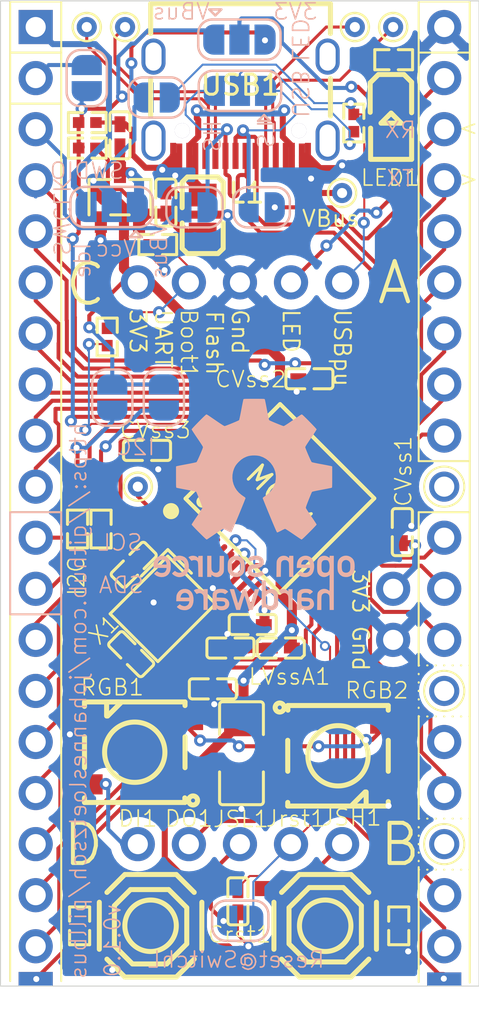
<source format=kicad_pcb>
(kicad_pcb (version 20240108) (generator "pcbnew") (generator_version "8.0")
  (layers (0 "F.Cu" signal) (31 "B.Cu" signal) (34 "B.Paste" user) (35 "F.Paste" user) (36 "B.SilkS" user "B.Silkscreen") (37 "F.SilkS" user "F.Silkscreen") (38 "B.Mask" user) (39 "F.Mask" user) (44 "Edge.Cuts" user))
  (net 0 "")
  (net 1 "+3.3V")
  (net 2 "GND")
  (net 3 "/VSSA")
  (net 4 "/SPI1 MOSI")
  (net 5 "/I2C2 SCL, USART3 TX")
  (net 6 "/SPI1 MISO")
  (net 7 "/I2C2 SDA, USART3 RX")
  (net 8 "/SPI1 SCK")
  (net 9 "/SPI2 SCK")
  (net 10 "/USBd+")
  (net 11 "/SPI2 MISO")
  (net 12 "/USART1 TX")
  (net 13 "/SPI2 MOSI")
  (net 14 "/I2C1 SCL")
  (net 15 "/SPI2 NSS")
  (net 16 "/USART1 RX")
  (net 17 "/USBd-")
  (net 18 "/OSC_OUT")
  (net 19 "/OSC_IN")
  (net 20 "/Boot0")
  (net 21 "/NRST")
  (net 22 "/VBAT")
  (net 23 "/I2C1 SDA")
  (net 26 "Net-(SW2-C)")
  (net 27 "/USB VBusSense")
  (net 28 "Net-(LED1-K)")
  (net 29 "/VBUS")
  (net 31 "/CC1")
  (net 32 "/CC2")
  (net 33 "/SBU1")
  (net 36 "/SBU2")
  (net 37 "Net-(IDE_STM_A1-IDE4_STM22)")
  (net 38 "Net-(IDE_STM_C1-IDE5_STM25)")
  (net 39 "Net-(IDE_STM_C1-IDE3_STM43)")
  (net 40 "Net-(IDE_STM_C1-IDE19_STM32)")
  (net 41 "Net-(IDE_STM_B1-IDE26_STM12)")
  (net 42 "Net-(IDE_STM_A1-IDE10_STM19)")
  (net 43 "Net-(IDE_STM_D1-IDE29_STM39)")
  (net 44 "Net-(IDE_STM_C1-IDE11_STM28)")
  (net 45 "Net-(IDE_STM_D1-IDE35_STM42)")
  (net 46 "Net-(IDE_STM_C1-IDE13_STM29)")
  (net 47 "Net-(IDE_STM_C1-IDE17_STM31)")
  (net 48 "Net-(IDE_STM_D1-IDE33_STM41)")
  (net 49 "Net-(IDE_STM_B1-IDE30_STM11)")
  (net 50 "Net-(IDE_STM_B1-IDE32_STM10)")
  (net 51 "Net-(IDE_STM_D1-IDE31_STM40)")
  (net 52 "Net-(IDE_STM_D1-IDE23_STM34)")
  (net 53 "Net-(IDE_STM_D1-IDE27_STM38)")
  (net 54 "Net-(IDE_STM_C1-IDE15_STM30)")
  (net 55 "Net-(IDE_STM_D1-IDE21_STM33)")
  (net 56 "Net-(IDE_STM_D1-IDE25_STM37)")
  (net 57 "Net-(IDE_STM_C1-IDE9_STM27)")
  (net 62 "Net-(JPLed1-C)")
  (net 63 "Net-(JPRscl1-A)")
  (net 64 "Net-(JPRsda1-B)")
  (net 65 "Net-(SW1-A)")
  (net 66 "Net-(DI1-Pin_1)")
  (net 67 "Net-(DO1-Pin_1)")
  (net 68 "Net-(IDE_STM_C1-IDE1_STM23)")
  (net 69 "Net-(IDE_STM_C1-IDE7_STM26)")
  (net 70 "Net-(JPReset1-B)")
  (net 71 "Net-(JPpuUSB1-C)")
  (net 72 "Net-(JPpuUSBconst1-A)")
  (net 73 "Net-(JSH1-Pin_1)")
  (net 74 "Net-(JPV1-A)")
  (net 75 "Net-(RGB1-DO)")
  (net 76 "Net-(VBus_1-Pin_1)")
  (net 77 "Net-(MCU1-BOOT0)")
  (footprint "ribbon:IDE STM C" (layer "F.Cu") (at 25.4 25.4)
    (property "Reference" "IDE_STM_C1" (hide yes))
    (property "Value" "~" (hide yes))
  )
  (footprint "jlcpcb:LED-SMD_4P-L5.0-W5.0-TL-1" (layer "F.Cu") (at 30.3276 61.468 180)
    (property "Reference" "RGB1")
    (property "Value" "LED WS2812B" (hide yes))
  )
  (footprint "jlcpcb:SW-SMD_4P-L5.1-W5.1-P3.70-LS6.5-TL_H1.5" (layer "F.Cu") (at 31.115 70.1)
    (property "Reference" "SW1" (hide yes))
    (property "Value" "Tactile Switch")
  )
  (footprint "jlcpcb:R0402" (layer "F.Cu") (at 27.9672 31.4198 180)
    (property "Reference" "RVbusI1" (hide yes))
    (property "Value" "51kΩ")
  )
  (footprint "jlcpcb:L0402" (layer "F.Cu") (at 37.592 56.2864)
    (property "Reference" "LVssA1")
    (property "Value" "15-30nH")
  )
  (footprint "base:TestPoint_THTPad_D1.0mm_Drill0.5mm" (layer "F.Cu") (at 43.18 25.4)
    (property "Reference" "SBU2_1" (hide yes))
    (property "Value" "~" (hide yes))
  )
  (footprint "jlcpcb:C0402" (layer "F.Cu") (at 30.9372 46.4566)
    (property "Reference" "CVss3")
    (property "Value" "100nF")
  )
  (footprint "jlcpcb:LED-SMD_4P-L5.0-W5.0-TL-1" (layer "F.Cu") (at 40.4368 61.6458)
    (property "Reference" "RGB2")
    (property "Value" "LED WS2812B")
  )
  (footprint "jlcpcb:C1206" (layer "F.Cu") (at 35.6362 61.5188 -90)
    (property "Reference" "CVcc1" (hide yes))
    (property "Value" "4.7uF")
  )
  (footprint "jlcpcb:USB-C_SMD-TYPE-C-31-M-12" (layer "F.Cu") (at 35.59 29.34 180)
    (property "Reference" "USB1")
    (property "Value" "USB_C")
  )
  (footprint "jlcpcb:C0402" (layer "F.Cu") (at 36.195 55.118)
    (property "Reference" "CVssAn1" (hide yes))
    (property "Value" "10nF")
  )
  (footprint "jlcpcb:C0402" (layer "F.Cu") (at 35.0862 56.2864)
    (property "Reference" "CVssA1" (hide yes))
    (property "Value" "1μF")
  )
  (footprint "jlcpcb:LQFP-48_L7.0-W7.0-P0.50-LS9.0-BL" (layer "F.Cu") (at 37.5412 48.8618 -45)
    (property "Reference" "MCU1")
    (property "Value" "STM32F103C8T6" (hide yes))
  )
  (footprint "jlcpcb:R0402" (layer "F.Cu") (at 31.4724 36.2204 180)
    (property "Reference" "RpuBoot1" (hide yes))
    (property "Value" "51kΩ")
  )
  (footprint "base:TestPoint_THTPad_D1.0mm_Drill0.5mm" (layer "F.Cu") (at 41.275 25.4)
    (property "Reference" "CC1_1" (hide yes))
    (property "Value" "~" (hide yes))
  )
  (footprint "jlcpcb:R0402" (layer "F.Cu") (at 43.2054 27.0256 180)
    (property "Reference" "Rled1" (hide yes))
    (property "Value" "1k-1.5k" (hide yes))
  )
  (footprint "base:PTH 1.7mm" (layer "F.Cu") (at 30.48 66.04 90)
    (property "Reference" "DI1")
    (property "Value" "~" (hide yes))
  )
  (footprint "jlcpcb:L0805" (layer "F.Cu") (at 33.7058 34.7266 90)
    (property "Reference" "L1")
    (property "Value" "100Ω@100MHz")
  )
  (footprint "jlcpcb:C0402" (layer "F.Cu") (at 31.877 34.1288 90)
    (property "Reference" "CUin1" (hide yes))
    (property "Value" "1μF")
  )
  (footprint "jlcpcb:C0402" (layer "F.Cu") (at 30.1498 56.5912 -45)
    (property "Reference" "Cosc2" (hide yes))
    (property "Value" "30pF")
  )
  (footprint "jlcpcb:C0402" (layer "F.Cu") (at 30.2768 52.1462 45)
    (property "Reference" "Cosc1" (hide yes))
    (property "Value" "30pF" (hide yes))
  )
  (footprint "base:oshw bg" (layer "F.Cu") (at 36.2712 49.149)
    (property "Reference" "G***" (hide yes))
    (property "Value" "LOGO" (hide yes))
  )
  (footprint "jlcpcb:C0402" (layer "F.Cu") (at 35.4584 68.8848 90)
    (property "Reference" "Crst1")
    (property "Value" "100nF")
  )
  (footprint "jlcpcb:R0402" (layer "F.Cu") (at 28.6512 50.3682 90)
    (property "Reference" "Rsda1" (hide yes))
    (property "Value" "2.2kΩ" (hide yes))
  )
  (footprint "jlcpcb:R0402" (layer "F.Cu") (at 27.9672 30.1498)
    (property "Reference" "RVbusO1" (hide yes))
    (property "Value" "100kΩ")
  )
  (footprint "base:PTH 1.7mm" (layer "F.Cu") (at 43.18 53.34 90)
    (property "Reference" "3.3V1" (hide yes))
    (property "Value" "~" (hide yes))
  )
  (footprint "base:PTH 1.7mm" (layer "F.Cu") (at 35.56 66.04)
    (property "Reference" "JSL1")
    (property "Value" "~" (hide yes))
  )
  (footprint "jlcpcb:LED0805-R-RD" (layer "F.Cu") (at 43.0784 29.9806 -90)
    (property "Reference" "LED1")
    (property "Value" "Green")
  )
  (footprint "base:PTH 1.7mm" (layer "F.Cu") (at 33.02 66.04)
    (property "Reference" "DO1")
    (property "Value" "~")
  )
  (footprint "base:3x PTH 1.7mm" (layer "F.Cu") (at 35.56 38.1 180)
    (property "Reference" "Boot1")
    (property "Value" "~" (hide yes))
  )
  (footprint "jlcpcb:R0402" (layer "F.Cu") (at 27.5844 70.104 -90)
    (property "Reference" "Rpu1" (hide yes))
    (property "Value" "10kΩ")
  )
  (footprint "base:TestPoint_THTPad_D1.0mm_Drill0.5mm" (layer "F.Cu") (at 27.94 25.4)
    (property "Reference" "CC2_1" (hide yes))
    (property "Value" "~" (hide yes))
  )
  (footprint "ribbon:IDE STM D cut" (layer "F.Cu") (at 25.4 51.64)
    (property "Reference" "IDE_STM_D1" (hide yes))
    (property "Value" "~")
  )
  (footprint "jlcpcb:SW-SMD_4P-L5.1-W5.1-P3.70-LS6.5-TL_H1.5" (layer "F.Cu") (at 39.8 70.1 180)
    (property "Reference" "SW2" (hide yes))
    (property "Value" "Tactile Switch")
  )
  (footprint "ribbon:IDE STM A" (layer "F.Cu") (at 45.466 25.4)
    (property "Reference" "IDE_STM_A1" (hide yes))
    (property "Value" "~" (hide yes))
  )
  (footprint "jlcpcb:C0402" (layer "F.Cu") (at 29.591 30.7848 90)
    (property "Reference" "CUout1" (hide yes))
    (property "Value" "1μF")
  )
  (footprint "jlcpcb:C0402" (layer "F.Cu") (at 43.6372 50.5206 -90)
    (property "Reference" "CVss1")
    (property "Value" "100nF")
  )
  (footprint "jlcpcb:R0402" (layer "F.Cu") (at 41.2242 30.1752 90)
    (property "Reference" "RpuUSB1" (hide yes))
    (property "Value" "1.5kΩ")
  )
  (footprint "jlcpcb:C0402" (layer "F.Cu") (at 39.0144 42.8928)
    (property "Reference" "CVss2")
    (property "Value" "100nF")
  )
  (footprint "ribbon:IDE STM B cut" (layer "F.Cu") (at 45.72 50.8)
    (property "Reference" "IDE_STM_B1" (hide yes))
    (property "Value" "~" (hide yes))
  )
  (footprint "base:PTH 1.7mm" (layer "F.Cu") (at 40.64 66.04)
    (property "Reference" "JSH1")
    (property "Value" "~" (hide yes))
  )
  (footprint "base:TestPoint_THTPad_D1.0mm_Drill0.5mm" (layer "F.Cu") (at 29.845 25.4)
    (property "Reference" "SBU1_1" (hide yes))
    (property "Value" "~" (hide yes))
  )
  (footprint "jlcpcb:R0402" (layer "F.Cu") (at 28.956 40.816 90)
    (property "Reference" "RSBoot1" (hide yes))
    (property "Value" "51kΩ")
  )
  (footprint "jlcpcb:R0402" (layer "F.Cu") (at 43.4594 70.104 90)
    (property "Reference" "Rpd1" (hide yes))
    (property "Value" "10kΩ")
  )
  (footprint "base:PTH 1.7mm" (layer "F.Cu") (at 43.18 55.88)
    (property "Reference" "GND1" (hide yes))
    (property "Value" "~" (hide yes))
  )
  (footprint "base:TestPoint_THTPad_D1.0mm_Drill0.5mm" (layer "F.Cu") (at 40.64 33.655)
    (property "Reference" "VBus_1" (hide yes))
    (property "Value" "~")
  )
  (footprint "jlcpcb:SOT-23-3_L2.9-W1.6-P1.90-LS2.8-BR" (layer "F.Cu") (at 29.591 33.8624 -90)
    (property "Reference" "U1" (hide yes))
    (property "Value" "3.3V Voltage Regulator 200mA" (hide yes))
  )
  (footprint "jlcpcb:CRYSTAL-SMD_4P-L3.2-W2.5-BL" (layer "F.Cu") (at 31.7246 54.337858 -135)
    (property "Reference" "X1")
    (property "Value" "Crystal 12MHz X322512MSB4SI" (hide yes))
  )
  (footprint "base:PTH 1.7mm" (layer "F.Cu") (at 38.1 38.1)
    (property "Reference" "Jled1" (hide yes))
    (property "Value" "~" (hide yes))
  )
  (footprint "base:PTH 1.7mm" (layer "F.Cu") (at 40.64 38.1)
    (property "Reference" "JpuUSB1" (hide yes))
    (property "Value" "~" (hide yes))
  )
  (footprint "jlcpcb:R0402" (layer "F.Cu") (at 27.4828 50.3664 90)
    (property "Reference" "Rscl1" (hide yes))
    (property "Value" "2.2kΩ" (hide yes))
  )
  (footprint "base:TestPoint_THTPad_D1.0mm_Drill0.5mm" (layer "F.Cu") (at 30.48 48.26)
    (property "Reference" "JVbat1" (hide yes))
    (property "Value" "VBAT")
  )
  (footprint "jlcpcb:C0402" (layer "F.Cu") (at 34.2138 58.3184)
    (property "Reference" "CLed1" (hide yes))
    (property "Value" "100nF")
  )
  (footprint "base:PTH 1.7mm" (layer "F.Cu") (at 38.1 66.04)
    (property "Reference" "Jrst1")
    (property "Value" "~")
  )
  (footprint "Jumper:SolderJumper-3_P1.3mm_Open_RoundedPad1.0x1.5mm" (layer "B.Cu") (at 35.56 28.575 180)
    (property "Reference" "JPpuUSB1" (hide yes))
    (property "Value" "SolderJumper_3_Open" (hide yes))
  )
  (footprint "Jumper:SolderJumper-2_P1.3mm_Open_RoundedPad1.0x1.5mm" (layer "B.Cu") (at 31.4198 28.9052 180)
    (property "Reference" "JPpuUSBconst1" (hide yes))
    (property "Value" "SolderJumper_2_Open" (hide yes))
  )
  (footprint "Jumper:SolderJumper-2_P1.3mm_Open_RoundedPad1.0x1.5mm" (layer "B.Cu") (at 29.21 43.83 90)
    (property "Reference" "JPRscl1" (hide yes))
    (property "Value" "SolderJumper_2_Open" (hide yes))
  )
  (footprint "Jumper:SolderJumper-3_P1.3mm_Open_RoundedPad1.0x1.5mm" (layer "B.Cu") (at 29.18 34.3507 180)
    (property "Reference" "JPV1" (hide yes))
    (property "Value" "SolderJumper_3_Open" (hide yes))
  )
  (footprint "Jumper:SolderJumper-2_P1.3mm_Open_RoundedPad1.0x1.5mm" (layer "B.Cu") (at 36.6418 34.3662)
    (property "Reference" "JPdn1" (hide yes))
    (property "Value" "SolderJumper_2_Open" (hide yes))
  )
  (footprint "Jumper:SolderJumper-3_P1.3mm_Open_RoundedPad1.0x1.5mm" (layer "B.Cu") (at 35.5346 26.0251)
    (property "Reference" "JPLed1" (hide yes))
    (property "Value" "SolderJumper_3_Open" (hide yes))
  )
  (footprint "Jumper:SolderJumper-2_P1.3mm_Open_RoundedPad1.0x1.5mm" (layer "B.Cu") (at 35.575 69.85 180)
    (property "Reference" "JPReset1" (hide yes))
    (property "Value" "SolderJumper_2_Open" (hide yes))
  )
  (footprint "Jumper:SolderJumper-2_P1.3mm_Open_RoundedPad1.0x1.5mm" (layer "B.Cu") (at 27.94 27.94 90)
    (property "Reference" "JPvbus1" (hide yes))
    (property "Value" "SolderJumper_2_Open" (hide yes))
  )
  (footprint "Jumper:SolderJumper-2_P1.3mm_Open_RoundedPad1.0x1.5mm" (layer "B.Cu") (at 31.7754 43.8254 -90)
    (property "Reference" "JPRsda1" (hide yes))
    (property "Value" "SolderJumper_2_Open" (hide yes))
  )
  (footprint "Jumper:SolderJumper-2_P1.3mm_Open_RoundedPad1.0x1.5mm" (layer "B.Cu") (at 33.2994 34.3662)
    (property "Reference" "JPdp1" (hide yes))
    (property "Value" "SolderJumper_2_Open" (hide yes))
  )
  (gr_rect (start 24.13 49.53) (end 26.67 54.61) (stroke (width 0.1)) (fill none) (layer "B.SilkS"))
  (gr_rect (start 23.65 24.1) (end 47.45 73.1) (stroke (width 0.05)) (fill none) (layer "Edge.Cuts"))
  (gr_text "SCL" (at 30.7594 51.5112 0) (layer "B.SilkS") (effects (font (size 0.8 0.8) (thickness 0.08)) (justify left bottom mirror)))
  (gr_text "LS\n" (at 37.338 29.972 90) (layer "B.SilkS") (effects (font (size 0.8 0.8) (thickness 0.08)) (justify left bottom mirror)))
  (gr_text "LED\n" (at 38.0746 27.178 -90) (layer "B.SilkS") (effects (font (size 0.8 0.8) (thickness 0.08)) (justify left bottom mirror)))
  (gr_text "I2C\n" (at 31.3944 46.7614 0) (layer "B.SilkS") (effects (font (size 0.8 0.8) (thickness 0.08)) (justify left bottom mirror)))
  (gr_text "SDA\n" (at 30.8356 53.6194 0) (layer "B.SilkS") (effects (font (size 0.8 0.8) (thickness 0.08)) (justify left bottom mirror)))
  (gr_text "RX" (at 44.3738 30.988 0) (layer "B.SilkS") (effects (font (size 0.8 0.8) (thickness 0.08)) (justify left bottom mirror)))
  (gr_text "VBus\n" (at 34.1122 25.0952 0) (layer "B.SilkS") (effects (font (size 0.8 0.8) (thickness 0.08)) (justify left bottom mirror)))
  (gr_text "https://github.com/johannesloetzsch/pillbus" (at 27.9908 45.0088 90) (layer "B.SilkS") (effects (font (size 0.8 0.8) (thickness 0.08)) (justify left bottom mirror)))
  (gr_text "SWCLK\n" (at 26.2128 36.83 270) (layer "B.SilkS") (effects (font (size 0.8 0.8) (thickness 0.08)) (justify left bottom mirror)))
  (gr_text "Reset@SwitchL\n\n\n" (at 39.8272 74.8284 0) (layer "B.SilkS") (effects (font (size 0.8 0.8) (thickness 0.08)) (justify left bottom mirror)))
  (gr_text "HS\n" (at 34.671 29.972 90) (layer "B.SilkS") (effects (font (size 0.8 0.8) (thickness 0.08)) (justify left bottom mirror)))
  (gr_text "TX" (at 44.2722 33.401 0) (layer "B.SilkS") (effects (font (size 0.8 0.8) (thickness 0.08)) (justify left bottom mirror)))
  (gr_text "Vcc\n" (at 30.48 36.8808 0) (layer "B.SilkS") (effects (font (size 0.8 0.8) (thickness 0.08)) (justify left bottom mirror)))
  (gr_text "v0.1.0\n" (at 29.6926 68.961 90) (layer "B.SilkS") (effects (font (size 0.8 0.8) (thickness 0.08)) (justify left bottom mirror)))
  (gr_text "3V3\n" (at 39.4716 25.0952 0) (layer "B.SilkS") (effects (font (size 0.8 0.8) (thickness 0.08)) (justify left bottom mirror)))
  (gr_text "Ide\n" (at 28.194 36.068 90) (layer "B.SilkS") (effects (font (size 0.8 0.8) (thickness 0.08)) (justify left bottom mirror)))
  (gr_text "SWDIO" (at 29.845 33.02 0) (layer "B.SilkS") (effects (font (size 0.8 0.8) (thickness 0.08)) (justify left bottom mirror)))
  (gr_text "USB\n" (at 38.0746 29.972 -90) (layer "B.SilkS") (effects (font (size 0.8 0.8) (thickness 0.08)) (justify left bottom mirror)))
  (gr_text "VBus\n" (at 32.004 35.052 90) (layer "B.SilkS") (effects (font (size 0.8 0.8) (thickness 0.08)) (justify left bottom mirror)))
  (gr_text "3V3 Gnd" (at 41.5544 52.2986 270) (layer "F.SilkS") (effects (font (size 0.8 0.8) (thickness 0.1)) (justify left)))
  (gr_text "B" (at 42.3926 67.2338 0) (layer "F.SilkS") (effects (font (size 2 2) (thickness 0.2)) (justify left bottom)))
  (gr_text "A\n" (at 42.2656 39.2938 0) (layer "F.SilkS") (effects (font (size 2 2) (thickness 0.2)) (justify left bottom)))
  (gr_text "UART\n" (at 31.75 39.37 270) (layer "F.SilkS") (effects (font (size 0.8 0.8) (thickness 0.1)) (justify left)))
  (gr_text "Gnd\n" (at 35.56 39.37 270) (layer "F.SilkS") (effects (font (size 0.8 0.8) (thickness 0.1)) (justify left)))
  (gr_text "Flash\n" (at 34.29 39.4462 270) (layer "F.SilkS") (effects (font (size 0.8 0.8) (thickness 0.1)) (justify left)))
  (gr_text "I2C" (at 27.8892 53.7464 90) (layer "F.SilkS") (effects (font (size 0.8 0.8) (thickness 0.08)) (justify left bottom)))
  (gr_text "\n>" (at 46.3804 33.401 0) (layer "F.SilkS") (effects (font (size 0.8 0.8) (thickness 0.08)) (justify left bottom)))
  (gr_text "\n>" (at 47.4726 30.0482 180) (layer "F.SilkS") (effects (font (size 0.8 0.8) (thickness 0.08)) (justify left bottom)))
  (gr_text "C\n" (at 26.7462 39.37 0) (layer "F.SilkS") (effects (font (size 2 2) (thickness 0.2)) (justify left bottom)))
  (gr_text "VBus\n" (at 38.5826 34.925 0) (layer "F.SilkS") (effects (font (size 0.8 0.8) (thickness 0.1)) (justify left)))
  (gr_text "3V3\n" (at 30.48 39.37 270) (layer "F.SilkS") (effects (font (size 0.8 0.8) (thickness 0.1)) (justify left)))
  (gr_text "USBpu\n\n" (at 40.005 39.37 270) (layer "F.SilkS") (effects (font (size 0.8 0.8) (thickness 0.1)) (justify left)))
  (gr_text "LED\n" (at 38.1 39.37 270) (layer "F.SilkS") (effects (font (size 0.8 0.8) (thickness 0.1)) (justify left)))
  (gr_text "D\n" (at 26.6446 67.2338 0) (layer "F.SilkS") (effects (font (size 2 2) (thickness 0.2)) (justify left bottom)))
  (segment (start 29.718 38.1) (end 30.48 38.1) (width 0.2) (layer "F.Cu") (net 1))
  (segment (start 37.086861 41.4364) (end 34.4514 41.4364) (width 0.5) (layer "F.Cu") (net 1))
  (segment (start 28.1482 71.125) (end 27.5844 70.5612) (width 0.3) (layer "F.Cu") (net 1))
  (segment (start 29.791 37.411) (end 29.791 34.407401) (width 0.5) (layer "F.Cu") (net 1))
  (segment (start 30.887208 25.67) (end 36.4142 25.67) (width 0.2) (layer "F.Cu") (net 1))
  (segment (start 35.821522 71.95) (end 34.996522 71.125) (width 0.3) (layer "F.Cu") (net 1))
  (segment (start 31.115 71.125) (end 28.1482 71.125) (width 0.3) (layer "F.Cu") (net 1))
  (segment (start 37.5546 45.540211) (end 37.5546 41.904139) (width 0.5) (layer "F.Cu") (net 1))
  (segment (start 34.4514 41.4364) (end 31.115 38.1) (width 0.5) (layer "F.Cu") (net 1))
  (segment (start 39.5644 43.667307) (end 39.5644 42.8928) (width 0.3) (layer "F.Cu") (net 1))
  (segment (start 35.7378 57.906404) (end 35.7378 59.8272) (width 0.5) (layer "F.Cu") (net 1))
  (segment (start 42.137394 50.276014) (end 40.863968 49.002588) (width 0.3) (layer "F.Cu") (net 1))
  (segment (start 38.966101 44.265606) (end 39.5644 43.667307) (width 0.3) (layer "F.Cu") (net 1))
  (segment (start 33.02 71.125) (end 33.02 67.945) (width 0.3) (layer "F.Cu") (net 1))
  (segment (start 32.8276 63.068) (end 32.8276 62.7374) (width 0.5) (layer "F.Cu") (net 1))
  (segment (start 34.500008 49.002588) (end 32.945006 47.447586) (width 0.3) (layer "F.Cu") (net 1))
  (segment (start 27.5844 70.5612) (end 27.5844 70.534) (width 0.5) (layer "F.Cu") (net 1))
  (segment (start 28.067 40.3352) (end 28.067 39.751) (width 0.2) (layer "F.Cu") (net 1))
  (segment (start 28.274918 33.0457) (end 28.274918 33.519135) (width 0.5) (layer "F.Cu") (net 1))
  (segment (start 37.5546 41.904139) (end 37.086861 41.4364) (width 0.5) (layer "F.Cu") (net 1))
  (segment (start 33.02 67.945) (end 31.82 66.745) (width 0.3) (layer "F.Cu") (net 1))
  (segment (start 37.581989 45.5676) (end 37.5546 45.540211) (width 0.5) (layer "F.Cu") (net 1))
  (segment (start 37.65342 45.5676) (end 37.581989 45.5676) (width 0.3) (layer "F.Cu") (net 1))
  (segment (start 35.6362 59.1908) (end 34.7638 58.3184) (width 0.5) (layer "F.Cu") (net 1))
  (segment (start 42.137394 50.276014) (end 42.93198 51.0706) (width 0.3) (layer "F.Cu") (net 1))
  (segment (start 38.142 56.2864) (end 38.142 54.179001) (width 0.5) (layer "F.Cu") (net 1))
  (segment (start 28.067 39.751) (end 29.718 38.1) (width 0.2) (layer "F.Cu") (net 1))
  (segment (start 30.160446 26.396762) (end 30.887208 25.67) (width 0.2) (layer "F.Cu") (net 1))
  (segment (start 38.955414 44.265606) (end 37.65342 45.5676) (width 0.3) (layer "F.Cu") (net 1))
  (segment (start 40.863968 49.002588) (end 34.500008 49.002588) (width 0.3) (layer "F.Cu") (net 1))
  (segment (start 28.274918 33.519135) (end 28.763183 34.0074) (width 0.5) (layer "F.Cu") (net 1))
  (segment (start 42.93198 51.0706) (end 43.6372 51.0706) (width 0.3) (layer "F.Cu") (net 1))
  (segment (start 30.48 38.1) (end 29.791 37.411) (width 0.5) (layer "F.Cu") (net 1))
  (segment (start 35.7378 59.8272) (end 35.6362 59.9288) (width 0.5) (layer "F.Cu") (net 1))
  (segment (start 29.390999 34.0074) (end 29.791 34.407401) (width 0.5) (layer "F.Cu") (net 1))
  (segment (start 33.02 67.943604) (end 33.02 67.945) (width 0.3) (layer "F.Cu") (net 1))
  (segment (start 32.945006 47.447586) (end 31.95402 46.4566) (width 0.3) (layer "F.Cu") (net 1))
  (segment (start 37.581989 53.61899) (end 37.581989 45.5676) (width 0.5) (layer "F.Cu") (net 1))
  (segment (start 31.82 64.0756) (end 32.8276 63.068) (width 0.3) (layer "F.Cu") (net 1))
  (segment (start 31.95402 46.4566) (end 31.4872 46.4566) (width 0.3) (layer "F.Cu") (net 1))
  (segment (start 35.6362 59.9288) (end 35.6362 59.1908) (width 0.5) (layer "F.Cu") (net 1))
  (segment (start 31.0424 37.5376) (end 30.48 38.1) (width 0.1) (layer "F.Cu") (net 1))
  (segment (start 35.6362 59.9288) (end 37.8198 59.9288) (width 0.5) (layer "F.Cu") (net 1))
  (segment (start 31.82 66.745) (end 31.82 64.0756) (width 0.3) (layer "F.Cu") (net 1))
  (segment (start 38.142 54.179001) (end 37.581989 53.61899) (width 0.5) (layer "F.Cu") (net 1))
  (segment (start 36.4142 25.67) (end 36.8046 26.0604) (width 0.2) (layer "F.Cu") (net 1))
  (segment (start 36.8 71.95) (end 35.821522 71.95) (width 0.3) (layer "F.Cu") (net 1))
  (segment (start 34.996522 71.125) (end 31.115 71.125) (width 0.3) (layer "F.Cu") (net 1))
  (segment (start 31.115 38.1) (end 30.48 38.1) (width 0.5) (layer "F.Cu") (net 1))
  (segment (start 30.160446 27.201299) (end 30.160446 26.396762) (width 0.2) (layer "F.Cu") (net 1))
  (segment (start 37.8198 59.9288) (end 37.9368 60.0458) (width 0.5) (layer "F.Cu") (net 1))
  (segment (start 38.955414 44.265606) (end 38.966101 44.265606) (width 0.3) (layer "F.Cu") (net 1))
  (segment (start 44.1618 51.0706) (end 44.2722 51.181) (width 0.3) (layer "F.Cu") (net 1))
  (segment (start 32.8276 62.7374) (end 35.6362 59.9288) (width 0.5) (layer "F.Cu") (net 1))
  (segment (start 28.763183 34.0074) (end 29.390999 34.0074) (width 0.5) (layer "F.Cu") (net 1))
  (segment (start 43.6372 51.0706) (end 44.1618 51.0706) (width 0.3) (layer "F.Cu") (net 1))
  (via (at 35.7378 57.906404) (size 0.6) (drill 0.3) (layers "F.Cu" "B.Cu") (net 1))
  (via (at 38.142 55.3974) (size 0.7) (drill 0.3) (layers "F.Cu" "B.Cu") (net 1))
  (via (at 44.2722 51.181) (size 0.6) (drill 0.3) (layers "F.Cu" "B.Cu") (net 1))
  (via (at 36.8046 26.0604) (size 0.6) (drill 0.3) (layers "F.Cu" "B.Cu") (net 1))
  (via (at 28.274918 33.0457) (size 0.7) (drill 0.3) (layers "F.Cu" "B.Cu") (net 1))
  (via (at 28.067 40.3352) (size 0.6) (drill 0.3) (layers "F.Cu" "B.Cu") (net 1))
  (via (at 30.160446 27.201299) (size 0.6) (drill 0.3) (layers "F.Cu" "B.Cu") (net 1))
  (segment (start 30.7698 28.9052) (end 30.6324 28.9052) (width 0.1) (layer "B.Cu") (net 1))
  (segment (start 29.21 43.18) (end 29.21 41.4782) (width 0.2) (layer "B.Cu") (net 1))
  (segment (start 35.733 57.8064) (end 38.142 55.3974) (width 0.5) (layer "B.Cu") (net 1))
  (segment (start 44.2722 52.2478) (end 43.18 53.34) (width 0.3) (layer "B.Cu") (net 1))
  (segment (start 30.6324 28.9052) (end 30.4546 29.083) (width 0.1) (layer "B.Cu") (net 1))
  (segment (start 30.310304 31.010314) (end 28.274918 33.0457) (width 0.2) (layer "B.Cu") (net 1))
  (segment (start 35.7378 57.8112) (end 35.7378 57.906404) (width 0.5) (layer "B.Cu") (net 1))
  (segment (start 29.18 33.707232) (end 29.18 34.3507) (width 0.5) (layer "B.Cu") (net 1))
  (segment (start 30.160446 28.295846) (end 30.7698 28.9052) (width 0.2) (layer "B.Cu") (net 1))
  (segment (start 31.7754 43.1754) (end 29.2146 43.1754) (width 0.2) (layer "B.Cu") (net 1))
  (segment (start 30.160446 27.201299) (end 30.160446 28.295846) (width 0.2) (layer "B.Cu") (net 1))
  (segment (start 28.518468 33.0457) (end 29.18 33.707232) (width 0.5) (layer "B.Cu") (net 1))
  (segment (start 30.310304 29.364696) (end 30.310304 31.010314) (width 0.2) (layer "B.Cu") (net 1))
  (segment (start 36.8346 26.0251) (end 36.8346 26.0304) (width 0.2) (layer "B.Cu") (net 1))
  (segment (start 30.7698 28.9052) (end 30.310304 29.364696) (width 0.1) (layer "B.Cu") (net 1))
  (segment (start 35.733 57.8064) (end 35.7378 57.8112) (width 0.5) (layer "B.Cu") (net 1))
  (segment (start 36.8346 26.0304) (end 36.8046 26.0604) (width 0.2) (layer "B.Cu") (net 1))
  (segment (start 44.2722 51.181) (end 44.2722 52.2478) (width 0.3) (layer "B.Cu") (net 1))
  (segment (start 29.2146 43.1754) (end 29.21 43.18) (width 0.2) (layer "B.Cu") (net 1))
  (segment (start 29.21 41.4782) (end 28.067 40.3352) (width 0.2) (layer "B.Cu") (net 1))
  (segment (start 28.274918 33.0457) (end 28.518468 33.0457) (width 0.5) (layer "B.Cu") (net 1))
  (segment (start 35.4584 70.596928) (end 35.980735 71.119263) (width 0.1) (layer "F.Cu") (net 2))
  (segment (start 27.8128 59.868) (end 27.1018 60.579) (width 0.2) (layer "F.Cu") (net 2))
  (segment (start 30.345742 54.514635) (end 30.345742 52.99296) (width 0.2) (layer "F.Cu") (net 2))
  (segment (start 43.4594 70.9072) (end 43.9262 71.374) (width 0.3) (layer "F.Cu") (net 2))
  (segment (start 36.818833 52.442443) (end 36.57596 52.19957) (width 0.27) (layer "F.Cu") (net 2))
  (segment (start 31.694924 32.499904) (end 32.260001 31.934827) (width 0.5) (layer "F.Cu") (net 2))
  (segment (start 34.214753 53.305583) (end 34.211675 53.308661) (width 0.27) (layer "F.Cu") (net 2))
  (segment (start 31.653503 32.4) (end 30.866497 32.4) (width 0.3) (layer "F.Cu") (net 2))
  (segment (start 33.6638 58.3184) (end 33.6638 58.462671) (width 0.2) (layer "F.Cu") (net 2))
  (segment (start 42.9368 64.1204) (end 42.9514 64.135) (width 0.2) (layer "F.Cu") (net 2))
  (segment (start 43.6372 49.9706) (end 43.845277 49.9706) (width 0.3) (layer "F.Cu") (net 2))
  (segment (start 38.64 32.163) (end 38.989 32.512) (width 0.3) (layer "F.Cu") (net 2))
  (segment (start 32.260001 32.706478) (end 32.34 32.786477) (width 0.5) (layer "F.Cu") (net 2))
  (segment (start 34.5362 55.981032) (end 34.933516 55.583716) (width 0.4) (layer "F.Cu") (net 2))
  (segment (start 28.641 35.9905) (end 28.6258 36.0057) (width 0.3) (layer "F.Cu") (net 2))
  (segment (start 31.694924 32.499904) (end 31.694924 32.441421) (width 0.3) (layer "F.Cu") (net 2))
  (segment (start 31.1762 47.0766) (end 31.496 47.3964) (width 0.3) (layer "F.Cu") (net 2))
  (segment (start 28.641 35.1024) (end 28.641 35.9905) (width 0.5) (layer "F.Cu") (net 2))
  (segment (start 38.4644 42.9654) (end 38.4644 42.8928) (width 0.3) (layer "F.Cu") (net 2))
  (segment (start 28.115 71.95) (end 28.115 71.915) (width 0.2) (layer "F.Cu") (net 2))
  (segment (start 31.0424 36.2204) (end 31.0424 36.72614) (width 0.1) (layer "F.Cu") (net 2))
  (segment (start 38.87 31.884924) (end 39.501126 32.51605) (width 0.5) (layer "F.Cu") (net 2))
  (segment (start 32.591453 47.80114) (end 31.866913 47.0766) (width 0.3) (layer "F.Cu") (net 2))
  (segment (start 34.865183 53.305583) (end 34.214753 53.305583) (width 0.27) (layer "F.Cu") (net 2))
  (segment (start 42.9368 63.2458) (end 42.9368 64.1204) (width 0.2) (layer "F.Cu") (net 2))
  (segment (start 34.816224 34.75913) (end 34.944185 34.75913) (width 0.4) (layer "F.Cu") (net 2))
  (segment (start 34.5362 56.2864) (end 34.5362 55.981032) (width 0.4) (layer "F.Cu") (net 2))
  (segment (start 30.345742 54.514635) (end 30.345742 55.61744) (width 0.2) (layer "F.Cu") (net 2))
  (segment (start 42.490947 49.92246) (end 42.885887 50.3174) (width 0.27) (layer "F.Cu") (net 2))
  (segment (start 39.501126 32.51605) (end 40.40735 32.51605) (width 0.5) (layer "F.Cu") (net 2))
  (segment (start 31.694924 32.441421) (end 31.653503 32.4) (width 0.3) (layer "F.Cu") (net 2))
  (segment (start 30.9372 47.0766) (end 30.7422 47.0766) (width 0.3) (layer "F.Cu") (net 2))
  (segment (start 35.399232 55.118) (end 34.933516 55.583716) (width 0.5) (layer "F.Cu") (net 2))
  (segment (start 38.64 31.8271) (end 38.64 32.163) (width 0.3) (layer "F.Cu") (net 2))
  (segment (start 32.54 31.8271) (end 32.367728 31.8271) (width 0.2) (layer "F.Cu") (net 2))
  (segment (start 30.866497 32.4) (end 30.211 31.744503) (width 0.3) (layer "F.Cu") (net 2))
  (segment (start 33.6638 58.462671) (end 34.281925 59.080796) (width 0.2) (layer "F.Cu") (net 2))
  (segment (start 30.211 30.5898) (end 29.856 30.2348) (width 0.3) (layer "F.Cu") (net 2))
  (segment (start 39.097043 32.937357) (end 38.989 32.829314) (width 0.5) (layer "F.Cu") (net 2))
  (segment (start 40.40735 32.51605) (end 40.64 32.2834) (width 0.5) (layer "F.Cu") (net 2))
  (segment (start 30.345742 52.99296) (end 29.887891 52.535109) (width 0.2) (layer "F.Cu") (net 2))
  (segment (start 38.4644 42.8928) (end 38.4644 43.4506) (width 0.3) (layer "F.Cu") (net 2))
  (segment (start 29.856 30.2348) (end 29.591 30.2348) (width 0.3) (layer "F.Cu") (net 2))
  (segment (start 30.9372 47.0766) (end 31.1762 47.0766) (width 0.3) (layer "F.Cu") (net 2))
  (segment (start 34.865183 53.305583) (end 35.41988 52.750887) (width 0.27) (layer "F.Cu") (net 2))
  (segment (start 36.57596 52.19957) (end 35.971197 52.19957) (width 0.27) (layer "F.Cu") (net 2))
  (segment (start 38.60186 43.912053) (end 39.001113 43.5128) (width 0.3) (layer "F.Cu") (net 2))
  (segment (start 43.845277 49.9706) (end 44.081722 50.207045) (width 0.3) (layer "F.Cu") (net 2))
  (segment (start 28.86 71.95) (end 29.21 72.3) (width 0.2) (layer "F.Cu") (net 2))
  (segment (start 35.6362 63.1088) (end 35.6362 64.2874) (width 0.2) (layer "F.Cu") (net 2))
  (segment (start 31.877 33.5788) (end 32.2326 33.5788) (width 0.4) (layer "F.Cu") (net 2))
  (segment (start 43.6354 27.0256) (end 44.0944 27.0256) (width 0.5) (layer "F.Cu") (net 2))
  (segment (start 30.211 31.744503) (end 30.211 30.5898) (width 0.3) (layer "F.Cu") (net 2))
  (segment (start 43.4848 50.1064) (end 43.6372 49.954) (width 0.2) (layer "F.Cu") (net 2))
  (segment (start 31.877 32.68198) (end 31.694924 32.499904) (width 0.3) (layer "F.Cu") (net 2))
  (segment (start 44.0944 27.0256) (end 45.72 25.4) (width 0.5) (layer "F.Cu") (net 2))
  (segment (start 30.345742 54.514635) (end 30.770006 54.514635) (width 0.2) (layer "F.Cu") (net 2))
  (segment (start 42.885887 50.3174) (end 43.5698 50.3174) (width 0.27) (layer "F.Cu") (net 2))
  (segment (start 28.115 71.95) (end 28.86 71.95) (width 0.2) (layer "F.Cu") (net 2))
  (segment (start 35.4584 69.4348) (end 35.4584 70.596928) (width 0.1) (layer "F.Cu") (net 2))
  (segment (start 32.367728 31.8271) (end 32.260001 31.934827) (width 0.2) (layer "F.Cu") (net 2))
  (segment (start 43.4594 70.661) (end 43.4594 70.9072) (width 0.3) (layer "F.Cu") (net 2))
  (segment (start 31.877 33.5788) (end 31.877 32.68198) (width 0.5) (layer "F.Cu") (net 2))
  (segment (start 33.955878 53.308661) (end 33.103458 54.161081) (width 0.27) (layer "F.Cu") (net 2))
  (segment (start 27.8276 59.868) (end 27.8128 59.868) (width 0.2) (layer "F.Cu") (net 2))
  (segment (start 32.2326 33.5788) (end 32.6158 33.962) (width 0.4) (layer "F.Cu") (net 2))
  (segment (start 28.3972 30.1498) (end 29.506 30.1498) (width 0.2) (layer "F.Cu") (net 2))
  (segment (start 32.6158 34.498362) (end 32.849038 34.7316) (width 0.4) (layer "F.Cu") (net 2))
  (segment (start 30.770006 54.514635) (end 31.26498 54.019661) (width 0.2) (layer "F.Cu") (net 2))
  (segment (start 32.6158 33.962) (end 32.6158 34.498362) (width 0.4) (layer "F.Cu") (net 2))
  (segment (start 39.001113 43.5128) (end 39.0118 43.5128) (width 0.3) (layer "F.Cu") (net 2))
  (segment (start 35.971197 52.19957) (end 35.41988 52.750887) (width 0.27) (layer "F.Cu") (net 2))
  (segment (start 38.4644 43.4506) (end 38.3794 43.5356) (width 0.3) (layer "F.Cu") (net 2))
  (segment (start 32.849038 34.7316) (end 34.788694 34.7316) (width 0.4) (layer "F.Cu") (net 2))
  (segment (start 39.0118 43.5128) (end 38.4644 42.9654) (width 0.3) (layer "F.Cu") (net 2))
  (segment (start 30.7422 47.0766) (end 30.6246 46.959) (width 0.3) (layer "F.Cu") (net 2))
  (segment (start 32.260001 31.809999) (end 32.260001 31.809998) (width 0.4) (layer "F.Cu") (net 2))
  (segment (start 34.211675 53.308661) (end 33.955878 53.308661) (width 0.27) (layer "F.Cu") (net 2))
  (segment (start 31.866913 47.0766) (end 30.9372 47.0766) (width 0.3) (layer "F.Cu") (net 2))
  (segment (start 31.0424 36.72614) (end 31.812521 37.496261) (width 0.1) (layer "F.Cu") (net 2))
  (segment (start 29.506 30.1498) (end 29.591 30.2348) (width 0.2) (layer "F.Cu") (net 2))
  (segment (start 38.989 32.829314) (end 38.989 32.512) (width 0.5) (layer "F.Cu") (net 2))
  (segment (start 32.260001 31.934827) (end 32.260001 32.706478) (width 0.5) (layer "F.Cu") (net 2))
  (segment (start 32.26 31.81) (end 32.260001 31.809999) (width 0.4) (layer "F.Cu") (net 2))
  (segment (start 34.788694 34.7316) (end 34.816224 34.75913) (width 0.4) (layer "F.Cu") (net 2))
  (segment (start 35.645 55.118) (end 35.399232 55.118) (width 0.5) (layer "F.Cu") (net 2))
  (segment (start 30.345742 55.61744) (end 29.760891 56.202291) (width 0.2) (layer "F.Cu") (net 2))
  (segment (start 30.6246 46.959) (end 30.6246 46.6852) (width 0.3) (layer "F.Cu") (net 2))
  (via (at 34.933516 55.583716) (size 0.6) (drill 0.3) (layers "F.Cu" "B.Cu") (net 2))
  (via (at 31.812521 37.496261) (size 0.6) (drill 0.3) (layers "F.Cu" "B.Cu") (net 2))
  (via (at 35.6362 64.2874) (size 0.6) (drill 0.3) (layers "F.Cu" "B.Cu") (net 2))
  (via (at 28.6258 36.0057) (size 0.6) (drill 0.3) (layers "F.Cu" "B.Cu") (net 2))
  (via (at 38.3794 43.5356) (size 0.6) (drill 0.3) (layers "F.Cu" "B.Cu") (net 2))
  (via (at 34.281925 59.080796) (size 0.6) (drill 0.3) (layers "F.Cu" "B.Cu") (net 2))
  (via (at 39.097043 32.937357) (size 0.6) (drill 0.3) (layers "F.Cu" "B.Cu") (net 2))
  (via (at 34.944185 34.75913) (size 0.6) (drill 0.3) (layers "F.Cu" "B.Cu") (net 2))
  (via (at 43.9262 71.374) (size 0.6) (drill 0.3) (layers "F.Cu" "B.Cu") (net 2))
  (via (at 34.211675 53.308661) (size 0.6) (drill 0.3) (layers "F.Cu" "B.Cu") (net 2))
  (via (at 27.1018 60.579) (size 0.6) (drill 0.3) (layers "F.Cu" "B.Cu") (net 2))
  (via (at 31.496 47.3964) (size 0.6) (drill 0.3) (layers "F.Cu" "B.Cu") (net 2))
  (via (at 31.26498 54.019661) (size 0.6) (drill 0.3) (layers "F.Cu" "B.Cu") (net 2))
  (via (at 42.9514 64.135) (size 0.6) (drill 0.3) (layers "F.Cu" "B.Cu") (net 2))
  (via (at 35.980735 71.119263) (size 0.5) (drill 0.3) (layers "F.Cu" "B.Cu") (net 2))
  (via (at 32.34 32.786477) (size 0.6) (drill 0.3) (layers "F.Cu" "B.Cu") (net 2))
  (via (at 44.081722 50.207045) (size 0.6) (drill 0.3) (layers "F.Cu" "B.Cu") (net 2))
  (via (at 36.818833 52.442443) (size 0.6) (drill 0.3) (layers "F.Cu" "B.Cu") (net 2))
  (via (at 29.21 72.3) (size 0.6) (drill 0.3) (layers "F.Cu" "B.Cu") (net 2))
  (via (at 31.694924 32.499904) (size 0.6) (drill 0.3) (layers "F.Cu" "B.Cu") (net 2))
  (via (at 40.64 32.2834) (size 0.6) (drill 0.3) (layers "F.Cu" "B.Cu") (net 2))
  (segment (start 39.986043 32.937357) (end 39.097043 32.937357) (width 0.5) (layer "B.Cu") (net 2))
  (segment (start 40.64 32.2834) (end 39.986043 32.937357) (width 0.5) (layer "B.Cu") (net 2))
  (segment (start 36.745 55.33) (end 36.745 55.118) (width 0.5) (layer "F.Cu") (net 3))
  (segment (start 36.745 55.118) (end 36.745 55.1776) (width 0.27) (layer "F.Cu") (net 3))
  (segment (start 36.781258 54.408855) (end 36.781258 55.081742) (width 0.5) (layer "F.Cu") (net 3))
  (segment (start 35.6362 56.2864) (end 37.042 56.2864) (width 0.5) (layer "F.Cu") (net 3))
  (segment (start 36.781258 55.081742) (end 36.745 55.118) (width 0.27) (layer "F.Cu") (net 3))
  (segment (start 35.782452 51.681208) (end 35.066326 52.397334) (width 0.27) (layer "F.Cu") (net 3))
  (segment (start 35.782452 51.593269) (end 35.782452 51.681208) (width 0.27) (layer "F.Cu") (net 3))
  (segment (start 35.6362 56.2864) (end 35.7886 56.2864) (width 0.5) (layer "F.Cu") (net 3))
  (segment (start 35.7886 56.2864) (end 36.745 55.33) (width 0.5) (layer "F.Cu") (net 3))
  (via (at 36.781258 54.408855) (size 0.6) (drill 0.3) (layers "F.Cu" "B.Cu") (net 3))
  (via (at 35.782452 51.593269) (size 0.6) (drill 0.3) (layers "F.Cu" "B.Cu") (net 3))
  (segment (start 35.691934 51.683787) (end 35.691934 52.712072) (width 0.27) (layer "B.Cu") (net 3))
  (segment (start 35.782452 51.593269) (end 35.691934 51.683787) (width 0.27) (layer "B.Cu") (net 3))
  (segment (start 35.691934 52.712072) (end 36.781258 53.801396) (width 0.27) (layer "B.Cu") (net 3))
  (segment (start 36.781258 53.801396) (end 36.781258 54.408855) (width 0.27) (layer "B.Cu") (net 3))
  (segment (start 45.72 68.58) (end 44.45 67.31) (width 0.2) (layer "F.Cu") (net 4))
  (segment (start 41.1988 54.682204) (end 40.83 54.313404) (width 0.2) (layer "F.Cu") (net 4))
  (segment (start 40.83 53.21126) (end 40.016074 52.397334) (width 0.2) (layer "F.Cu") (net 4))
  (segment (start 41.1988 56.9988) (end 41.1988 54.682204) (width 0.2) (layer "F.Cu") (net 4))
  (segment (start 44.45 67.31) (end 44.45 67.092282) (width 0.2) (layer "F.Cu") (net 4))
  (segment (start 41.190955 63.833237) (end 41.190955 56.5404) (width 0.2) (layer "F.Cu") (net 4))
  (segment (start 44.45 67.092282) (end 41.190955 63.833237) (width 0.2) (layer "F.Cu") (net 4))
  (segment (start 40.83 54.313404) (end 40.83 53.21126) (width 0.2) (layer "F.Cu") (net 4))
  (segment (start 43.3 52.19) (end 43.307 52.197) (width 0.2) (layer "F.Cu") (net 5))
  (segment (start 43.2308 52.19) (end 43.3 52.19) (width 0.2) (layer "F.Cu") (net 5))
  (segment (start 43.3 52.19) (end 42.637167 52.19) (width 0.2) (layer "F.Cu") (net 5))
  (segment (start 44.57 52.19) (end 43.2308 52.19) (width 0.2) (layer "F.Cu") (net 5))
  (segment (start 42.637167 52.19) (end 41.430287 50.98312) (width 0.2) (layer "F.Cu") (net 5))
  (segment (start 45.72 53.34) (end 44.57 52.19) (width 0.2) (layer "F.Cu") (net 5))
  (segment (start 40.790955 63.998923) (end 40.790955 54.840045) (width 0.2) (layer "F.Cu") (net 6))
  (segment (start 40.43 53.518367) (end 39.66252 52.750887) (width 0.2) (layer "F.Cu") (net 6))
  (segment (start 41.955685 65.163654) (end 41.282032 64.49) (width 0.2) (layer "F.Cu") (net 6))
  (segment (start 44.05 67.257968) (end 43.815685 67.023654) (width 0.2) (layer "F.Cu") (net 6))
  (segment (start 42.19 65.397968) (end 41.955685 65.163654) (width 0.2) (layer "F.Cu") (net 6))
  (segment (start 40.790955 54.840045) (end 40.43 54.47909) (width 0.2) (layer "F.Cu") (net 6))
  (segment (start 43.815685 67.023654) (end 42.19 65.397968) (width 0.2) (layer "F.Cu") (net 6))
  (segment (start 45.72 70.206346) (end 44.05 68.536346) (width 0.2) (layer "F.Cu") (net 6))
  (segment (start 45.72 71.12) (end 45.72 70.206346) (width 0.2) (layer "F.Cu") (net 6))
  (segment (start 41.282032 64.49) (end 40.790955 63.998923) (width 0.2) (layer "F.Cu") (net 6))
  (segment (start 44.05 68.536346) (end 44.05 67.257968) (width 0.2) (layer "F.Cu") (net 6))
  (segment (start 40.43 54.47909) (end 40.43 53.518367) (width 0.2) (layer "F.Cu") (net 6))
  (segment (start 42.944274 51.79) (end 41.783841 50.629567) (width 0.2) (layer "F.Cu") (net 7))
  (segment (start 44.73 51.79) (end 42.944274 51.79) (width 0.2) (layer "F.Cu") (net 7))
  (segment (start 45.72 50.8) (end 44.73 51.79) (width 0.2) (layer "F.Cu") (net 7))
  (segment (start 43.65 68.7198) (end 43.65 67.423654) (width 0.2) (layer "F.Cu") (net 8))
  (segment (start 40.03 53.825474) (end 39.308967 53.104441) (width 0.2) (layer "F.Cu") (net 8))
  (segment (start 43.65 67.423654) (end 40.390955 64.164609) (width 0.2) (layer "F.Cu") (net 8))
  (segment (start 45.449 72.5) (end 45.7 72.5) (width 0.2) (layer "F.Cu") (net 8))
  (segment (start 40.03 54.644776) (end 40.03 53.825474) (width 0.2) (layer "F.Cu") (net 8))
  (segment (start 45.7 72.73) (end 45.67 72.63) (width 0.2) (layer "F.Cu") (net 8))
  (segment (start 44.5262 71.5772) (end 44.5262 69.596) (width 0.2) (layer "F.Cu") (net 8))
  (segment (start 44.8056 71.8566) (end 45.449 72.5) (width 0.2) (layer "F.Cu") (net 8))
  (segment (start 40.390955 64.164609) (end 40.390955 55.005731) (width 0.2) (layer "F.Cu") (net 8))
  (segment (start 44.7802 71.8312) (end 44.5262 71.5772) (width 0.2) (layer "F.Cu") (net 8))
  (segment (start 40.390955 55.005731) (end 40.03 54.644776) (width 0.2) (layer "F.Cu") (net 8))
  (segment (start 44.5262 69.596) (end 43.65 68.7198) (width 0.2) (layer "F.Cu") (net 8))
  (via (at 45.7 72.73) (size 0.6) (drill 0.3) (layers "F.Cu" "B.Cu") (net 8))
  (segment (start 42.137394 47.447586) (end 45.72 43.86498) (width 0.2) (layer "F.Cu") (net 9))
  (segment (start 45.72 43.86498) (end 45.72 43.18) (width 0.2) (layer "F.Cu") (net 9))
  (segment (start 35.21 33.82415) (end 35.29 33.82415) (width 0.2) (layer "F.Cu") (net 10))
  (segment (start 35.45 33.66415) (end 35.45 32.92) (width 0.2) (layer "F.Cu") (net 10))
  (segment (start 35.9664 34.222766) (end 35.9664 33.9946) (width 0.2) (layer "F.Cu") (net 10))
  (segment (start 34.84 32.400966) (end 34.84 31.81) (width 0.2) (layer "F.Cu") (net 10))
  (segment (start 35.9664 33.962808) (end 35.9664 32.911401) (width 0.2) (layer "F.Cu") (net 10))
  (segment (start 35.84 31.81) (end 35.89 31.86) (width 0.2) (layer "F.Cu") (net 10))
  (segment (start 35.89 32.835) (end 35.8937 32.8387) (width 0.2) (layer "F.Cu") (net 10))
  (segment (start 34.84 32.71) (end 34.89 32.76) (width 0.2) (layer "F.Cu") (net 10))
  (segment (start 36.201 35.2492) (end 35.9664 35.0146) (width 0.2) (layer "F.Cu") (net 10))
  (segment (start 34.84 31.81) (end 34.84 30.561473) (width 0.2) (layer "F.Cu") (net 10))
  (segment (start 42.1006 42.534633) (end 42.1006 37.496409) (width 0.2) (layer "F.Cu") (net 10))
  (segment (start 35.05 32.92) (end 35.05 33.66415) (width 0.2) (layer "F.Cu") (net 10))
  (segment (start 35.9664 33.9946) (end 35.9664 33.962808) (width 0.2) (layer "F.Cu") (net 10))
  (segment (start 35.61 32.76) (end 35.69 32.76) (width 0.2) (layer "F.Cu") (net 10))
  (segment (start 42.1006 37.496409) (end 40.227591 35.6234) (width 0.2) (layer "F.Cu") (net 10))
  (segment (start 36.5752 35.6234) (end 36.201 35.2492) (width 0.2) (layer "F.Cu") (net 10))
  (segment (start 35.9664 32.911401) (end 35.814999 32.76) (width 0.2) (layer "F.Cu") (net 10))
  (segment (start 34.84 32.400966) (end 34.84 32.71) (width 0.2) (layer "F.Cu") (net 10))
  (segment (start 39.66252 44.972713) (end 42.1006 42.534633) (width 0.2) (layer "F.Cu") (net 10))
  (segment (start 35.69 32.76) (end 35.814999 32.76) (width 0.2) (layer "F.Cu") (net 10))
  (segment (start 40.227591 35.6234) (end 36.5752 35.6234) (width 0.2) (layer "F.Cu") (net 10))
  (segment (start 34.84 30.561473) (end 34.914999 30.486474) (width 0.2) (layer "F.Cu") (net 10))
  (segment (start 35.684566 34.732766) (end 35.684566 34.5046) (width 0.2) (layer "F.Cu") (net 10))
  (segment (start 35.89 31.86) (end 35.89 32.835) (width 0.2) (layer "F.Cu") (net 10))
  (via (at 34.914999 30.486474) (size 0.6) (drill 0.3) (layers "F.Cu" "B.Cu") (net 10))
  (arc (start 35.825483 34.873683) (mid 35.72584 34.832409) (end 35.684566 34.732766) (width 0.2) (layer "F.Cu") (net 10))
  (arc (start 35.684566 34.5046) (mid 35.72584 34.404957) (end 35.825483 34.363683) (width 0.2) (layer "F.Cu") (net 10))
  (arc (start 35.825483 34.363683) (mid 35.925126 34.322409) (end 35.9664 34.222766) (width 0.2) (layer "F.Cu") (net 10))
  (arc (start 35.29 33.82415) (mid 35.403137 33.777287) (end 35.45 33.66415) (width 0.2) (layer "F.Cu") (net 10))
  (arc (start 35.9664 35.0146) (mid 35.925126 34.914957) (end 35.825483 34.873683) (width 0.2) (layer "F.Cu") (net 10))
  (arc (start 35.45 32.92) (mid 35.496863 32.806863) (end 35.61 32.76) (width 0.2) (layer "F.Cu") (net 10))
  (arc (start 35.05 33.66415) (mid 35.096863 33.777287) (end 35.21 33.82415) (width 0.2) (layer "F.Cu") (net 10))
  (arc (start 34.89 32.76) (mid 35.003137 32.806863) (end 35.05 32.92) (width 0.2) (layer "F.Cu") (net 10))
  (segment (start 32.859057 29.764463) (end 32.859057 29.213054) (width 0.1) (layer "B.Cu") (net 10))
  (segment (start 33.9494 34.3662) (end 34.1884 34.3662) (width 0.2) (layer "B.Cu") (net 10))
  (segment (start 33.497111 28.575) (end 34.26 28.575) (width 0.1) (layer "B.Cu") (net 10))
  (segment (start 34.914999 30.486474) (end 33.9494 31.452073) (width 0.2) (layer "B.Cu") (net 10))
  (segment (start 33.9494 31.452073) (end 33.9494 34.3662) (width 0.2) (layer "B.Cu") (net 10))
  (segment (start 34.914999 30.486474) (end 33.581068 30.486474) (width 0.1) (layer "B.Cu") (net 10))
  (segment (start 33.581068 30.486474) (end 32.859057 29.764463) (width 0.1) (layer "B.Cu") (net 10))
  (segment (start 32.859057 29.213054) (end 33.497111 28.575) (width 0.1) (layer "B.Cu") (net 10))
  (segment (start 44.57 44.307874) (end 44.57 42.703654) (width 0.2) (layer "F.Cu") (net 11))
  (segment (start 44.57 42.703654) (end 45.72 41.553654) (width 0.2) (layer "F.Cu") (net 11))
  (segment (start 41.783841 47.094033) (end 44.57 44.307874) (width 0.2) (layer "F.Cu") (net 11))
  (segment (start 45.72 41.553654) (end 45.72 40.64) (width 0.2) (layer "F.Cu") (net 11))
  (segment (start 45.72 33.933654) (end 45.72 33.02) (width 0.2) (layer "F.Cu") (net 12))
  (segment (start 40.723181 46.033373) (end 43.37 43.386554) (width 0.2) (layer "F.Cu") (net 12))
  (segment (start 43.37 42.206598) (end 43.77 41.806598) (width 0.2) (layer "F.Cu") (net 12))
  (segment (start 43.77 41.806598) (end 43.77 37.8402) (width 0.2) (layer "F.Cu") (net 12))
  (segment (start 43.77 37.8402) (end 44.57 37.0402) (width 0.2) (layer "F.Cu") (net 12))
  (segment (start 44.57 35.083654) (end 45.72 33.933654) (width 0.2) (layer "F.Cu") (net 12))
  (segment (start 44.57 37.0402) (end 44.57 35.083654) (width 0.2) (layer "F.Cu") (net 12))
  (segment (start 43.37 43.386554) (end 43.37 42.206598) (width 0.2) (layer "F.Cu") (net 12))
  (segment (start 44.57 39.25) (end 45.72 38.1) (width 0.2) (layer "F.Cu") (net 13))
  (segment (start 44.17 42.537968) (end 44.57 42.137968) (width 0.2) (layer "F.Cu") (net 13))
  (segment (start 41.430287 46.74048) (end 44.17 44.000767) (width 0.2) (layer "F.Cu") (net 13))
  (segment (start 44.57 42.137968) (end 44.57 39.25) (width 0.2) (layer "F.Cu") (net 13))
  (segment (start 44.17 44.000767) (end 44.17 42.537968) (width 0.2) (layer "F.Cu") (net 13))
  (segment (start 33.652113 46.74048) (end 32.398233 45.4866) (width 0.2) (layer "F.Cu") (net 14))
  (segment (start 27.9528 50.7964) (end 27.4828 50.7964) (width 0.2) (layer "F.Cu") (net 14))
  (segment (start 27.4828 50.7964) (end 25.4036 50.7964) (width 0.2) (layer "F.Cu") (net 14))
  (segment (start 25.4036 50.7964) (end 25.4 50.8) (width 0.2) (layer "F.Cu") (net 14))
  (segment (start 28.0812 50.668) (end 27.9528 50.7964) (width 0.2) (layer "F.Cu") (net 14))
  (segment (start 32.398233 45.4866) (end 28.727361 45.4866) (width 0.2) (layer "F.Cu") (net 14))
  (segment (start 28.0812 46.132761) (end 28.0812 50.668) (width 0.2) (layer "F.Cu") (net 14))
  (segment (start 28.727361 45.4866) (end 28.0812 46.132761) (width 0.2) (layer "F.Cu") (net 14))
  (segment (start 44.622887 45.6692) (end 45.6692 45.6692) (width 0.2) (layer "F.Cu") (net 15))
  (segment (start 42.490947 47.80114) (end 44.622887 45.6692) (width 0.2) (layer "F.Cu") (net 15))
  (segment (start 45.212 45.72) (end 45.72 45.72) (width 0.2) (layer "F.Cu") (net 15))
  (segment (start 45.72 45.7962) (end 45.72 45.72) (width 0.2) (layer "F.Cu") (net 15))
  (segment (start 45.6692 45.6692) (end 45.72 45.72) (width 0.2) (layer "F.Cu") (net 15))
  (segment (start 44.17 34.917968) (end 44.57 34.517968) (width 0.2) (layer "F.Cu") (net 16))
  (segment (start 44.17 36.722114) (end 44.17 34.917968) (width 0.2) (layer "F.Cu") (net 16))
  (segment (start 43.37 41.5422) (end 43.37 37.522114) (width 0.2) (layer "F.Cu") (net 16))
  (segment (start 42.9006 42.0116) (end 43.37 41.5422) (width 0.2) (layer "F.Cu") (net 16))
  (segment (start 44.57 31.63) (end 45.72 30.48) (width 0.2) (layer "F.Cu") (net 16))
  (segment (start 42.9006 43.148846) (end 42.9006 42.0116) (width 0.2) (layer "F.Cu") (net 16))
  (segment (start 43.37 37.522114) (end 44.17 36.722114) (width 0.2) (layer "F.Cu") (net 16))
  (segment (start 40.369627 45.679819) (end 42.9006 43.148846) (width 0.2) (layer "F.Cu") (net 16))
  (segment (start 44.57 34.517968) (end 44.57 31.63) (width 0.2) (layer "F.Cu") (net 16))
  (segment (start 36.34 31.81) (end 36.34 32.31) (width 0.2) (layer "F.Cu") (net 17))
  (segment (start 35.526719 30.538681) (end 35.514999 30.550401) (width 0.2) (layer "F.Cu") (net 17))
  (segment (start 35.39 30.86) (end 36.29 30.86) (width 0.2) (layer "F.Cu") (net 17))
  (segment (start 35.34 30.910002) (end 35.34 31.81) (width 0.2) (layer "F.Cu") (net 17))
  (segment (start 42.5006 42.84174) (end 42.5006 37.330724) (width 0.2) (layer "F.Cu") (net 17))
  (segment (start 42.5006 37.330724) (end 40.393276 35.2234) (width 0.2) (layer "F.Cu") (net 17))
  (segment (start 36.34 32.31) (end 36.315 32.335) (width 0.2) (layer "F.Cu") (net 17))
  (segment (start 40.016074 45.326266) (end 42.5006 42.84174) (width 0.2) (layer "F.Cu") (net 17))
  (segment (start 35.514999 30.550401) (end 35.514999 30.735003) (width 0.2) (layer "F.Cu") (net 17))
  (segment (start 35.34 30.91) (end 35.39 30.86) (width 0.2) (layer "F.Cu") (net 17))
  (segment (start 36.39 34.8018) (end 36.39 34.29) (width 0.2) (layer "F.Cu") (net 17))
  (segment (start 35.34 31.81) (end 35.34 30.91) (width 0.2) (layer "F.Cu") (net 17))
  (segment (start 36.8116 35.2234) (end 36.39 34.8018) (width 0.2) (layer "F.Cu") (net 17))
  (segment (start 36.29 30.86) (end 36.39 30.96) (width 0.2) (layer "F.Cu") (net 17))
  (segment (start 40.393276 35.2234) (end 36.8116 35.2234) (width 0.2) (layer "F.Cu") (net 17))
  (segment (start 36.39 30.96) (end 36.39 34.29) (width 0.2) (layer "F.Cu") (net 17))
  (segment (start 35.514999 30.735003) (end 35.34 30.910002) (width 0.2) (layer "F.Cu") (net 17))
  (segment (start 35.713296 30.538681) (end 35.526719 30.538681) (width 0.2) (layer "F.Cu") (net 17))
  (via (at 35.713296 30.538681) (size 0.6) (drill 0.3) (layers "F.Cu" "B.Cu") (net 17))
  (segment (start 35.713296 30.538681) (end 37.546725 30.538681) (width 0.1) (layer "B.Cu") (net 17))
  (segment (start 38.315 29.770406) (end 38.315 29.312382) (width 0.1) (layer "B.Cu") (net 17))
  (segment (start 37.546725 30.538681) (end 38.315 29.770406) (width 0.1) (layer "B.Cu") (net 17))
  (segment (start 35.9918 30.817185) (end 35.713296 30.538681) (width 0.2) (layer "B.Cu") (net 17))
  (segment (start 38.315 29.312382) (end 37.577618 28.575) (width 0.1) (layer "B.Cu") (net 17))
  (segment (start 35.9918 34.3662) (end 35.9918 30.817185) (width 0.2) (layer "B.Cu") (net 17))
  (segment (start 37.577618 28.575) (end 36.86 28.575) (width 0.1) (layer "B.Cu") (net 17))
  (segment (start 34.359219 51.690227) (end 33.436223 52.613223) (width 0.1) (layer "F.Cu") (net 18))
  (segment (start 33.436223 52.613223) (end 33.304149 52.745297) (width 0.1) (layer "F.Cu") (net 18))
  (segment (start 33.436223 52.626236) (end 31.547823 54.514636) (width 0.1) (layer "F.Cu") (net 18))
  (segment (start 31.547823 54.514636) (end 31.547823 55.716716) (width 0.1) (layer "F.Cu") (net 18))
  (segment (start 33.436223 52.613223) (end 33.436223 52.626236) (width 0.1) (layer "F.Cu") (net 18))
  (segment (start 31.547823 55.970995) (end 31.547823 55.716716) (width 0.1) (layer "F.Cu") (net 18))
  (segment (start 30.538709 56.980109) (end 31.547823 55.970995) (width 0.1) (layer "F.Cu") (net 18))
  (segment (start 32.683807 52.572007) (end 32.296814 52.959) (width 0.1) (layer "F.Cu") (net 19))
  (segment (start 32.296814 52.959) (end 31.901377 52.959) (width 0.1) (layer "F.Cu") (net 19))
  (segment (start 33.91914 51.336674) (end 32.683807 52.572007) (width 0.1) (layer "F.Cu") (net 19))
  (segment (start 34.005666 51.336674) (end 33.91914 51.336674) (width 0.1) (layer "F.Cu") (net 19))
  (segment (start 30.699668 51.757291) (end 30.665709 51.757291) (width 0.1) (layer "F.Cu") (net 19))
  (segment (start 31.901377 52.959) (end 30.699668 51.757291) (width 0.1) (layer "F.Cu") (net 19))
  (segment (start 32.683807 52.572007) (end 32.134911 53.120903) (width 0.1) (layer "F.Cu") (net 19))
  (segment (start 29.632169 39.582831) (end 31.537169 39.582831) (width 0.1) (layer "F.Cu") (net 20))
  (segment (start 29.632169 39.582831) (end 28.956 40.259) (width 0.1) (layer "F.Cu") (net 20))
  (segment (start 28.956 40.259) (end 28.956 40.386) (width 0.1) (layer "F.Cu") (net 20))
  (segment (start 33.02 37.338) (end 33.02 38.1) (width 0.1) (layer "F.Cu") (net 20))
  (segment (start 31.9024 36.2204) (end 33.02 37.338) (width 0.1) (layer "F.Cu") (net 20))
  (via (at 31.537169 39.582831) (size 0.6) (drill 0.3) (layers "F.Cu" "B.Cu") (net 20))
  (segment (start 31.537169 39.582831) (end 33.02 38.1) (width 0.1) (layer "B.Cu") (net 20))
  (segment (start 39.787 56.1848) (end 40.005 56.1848) (width 0.1) (layer "F.Cu") (net 21))
  (segment (start 40.005 56.1848) (end 40.040955 56.220755) (width 0.1) (layer "F.Cu") (net 21))
  (segment (start 34.712773 52.043781) (end 34.712773 51.88513) (width 0.1) (layer "F.Cu") (net 21))
  (segment (start 40.040955 64.099045) (end 38.1 66.04) (width 0.1) (layer "F.Cu") (net 21))
  (segment (start 35.338185 51.259718) (end 35.338185 50.927964) (width 0.1) (layer "F.Cu") (net 21))
  (segment (start 36.515 67.625) (end 38.1 66.04) (width 0.1) (layer "F.Cu") (net 21))
  (segment (start 40.040955 56.220755) (end 40.040955 64.099045) (width 0.1) (layer "F.Cu") (net 21))
  (segment (start 34.712773 51.88513) (end 35.338185 51.259718) (width 0.1) (layer "F.Cu") (net 21))
  (segment (start 35.4584 68.3348) (end 35.4584 68.2098) (width 0.1) (layer "F.Cu") (net 21))
  (segment (start 38.1 65.36323) (end 38.1 66.04) (width 0.2) (layer "F.Cu") (net 21))
  (segment (start 35.4584 68.2098) (end 36.0432 67.625) (width 0.1) (layer "F.Cu") (net 21))
  (segment (start 34.712773 52.043781) (end 34.246455 52.510099) (width 0.1) (layer "F.Cu") (net 21))
  (segment (start 36.0432 67.625) (end 36.515 67.625) (width 0.1) (layer "F.Cu") (net 21))
  (via (at 39.787 56.1848) (size 0.5) (drill 0.3) (layers "F.Cu" "B.Cu") (net 21))
  (via (at 35.338185 50.927964) (size 0.6) (drill 0.3) (layers "F.Cu" "B.Cu") (net 21))
  (segment (start 39.555041 55.956469) (end 36.414386 52.815814) (width 0.1) (layer "B.Cu") (net 21))
  (segment (start 36.332452 51.821087) (end 36.268833 51.884706) (width 0.1) (layer "B.Cu") (net 21))
  (segment (start 39.558669 55.956469) (end 39.787 56.1848) (width 0.1) (layer "B.Cu") (net 21))
  (segment (start 36.268833 52.670261) (end 36.414386 52.815814) (width 0.1) (layer "B.Cu") (net 21))
  (segment (start 36.332452 51.365451) (end 36.332452 51.821087) (width 0.1) (layer "B.Cu") (net 21))
  (segment (start 36.225 69.85) (end 36.225 67.915) (width 0.1) (layer "B.Cu") (net 21))
  (segment (start 36.268833 51.884706) (end 36.268833 52.670261) (width 0.1) (layer "B.Cu") (net 21))
  (segment (start 36.225 67.915) (end 38.1 66.04) (width 0.1) (layer "B.Cu") (net 21))
  (segment (start 35.894965 50.927964) (end 36.332452 51.365451) (width 0.1) (layer "B.Cu") (net 21))
  (segment (start 39.555041 55.956469) (end 39.558669 55.956469) (width 0.1) (layer "B.Cu") (net 21))
  (segment (start 35.338185 50.927964) (end 35.894965 50.927964) (width 0.1) (layer "B.Cu") (net 21))
  (segment (start 36.414386 52.815814) (end 36.452486 52.853914) (width 0.1) (layer "B.Cu") (net 21))
  (segment (start 32.591453 49.983947) (end 32.591453 49.92246) (width 0.2) (layer "F.Cu") (net 22))
  (segment (start 32.159843 50.415557) (end 32.591453 49.983947) (width 0.2) (layer "F.Cu") (net 22))
  (segment (start 30.48 48.26) (end 30.48 48.735714) (width 0.2) (layer "F.Cu") (net 22))
  (segment (start 30.48 48.735714) (end 32.159843 50.415557) (width 0.2) (layer "F.Cu") (net 22))
  (segment (start 26.1094 53.34) (end 25.4 53.34) (width 0.2) (layer "F.Cu") (net 23))
  (segment (start 32.091126 45.8866) (end 33.298559 47.094033) (width 0.2) (layer "F.Cu") (net 23))
  (segment (start 29.1212 50.7982) (end 29.619199 50.300201) (width 0.2) (layer "F.Cu") (net 23))
  (segment (start 28.6512 50.7982) (end 29.1212 50.7982) (width 0.2) (layer "F.Cu") (net 23))
  (segment (start 28.6512 50.7982) (end 26.1094 53.34) (width 0.2) (layer "F.Cu") (net 23))
  (segment (start 29.7796 45.8866) (end 32.091126 45.8866) (width 0.2) (layer "F.Cu") (net 23))
  (segment (start 29.619199 50.300201) (end 29.619199 46.047001) (width 0.2) (layer "F.Cu") (net 23))
  (segment (start 29.619199 46.047001) (end 29.7796 45.8866) (width 0.2) (layer "F.Cu") (net 23))
  (segment (start 42.8 69.0146) (end 42.8 68.25) (width 0.3) (layer "F.Cu") (net 26))
  (segment (start 43.4594 69.674) (end 42.8 69.0146) (width 0.3) (layer "F.Cu") (net 26))
  (segment (start 29.694999 28.857173) (end 29.088172 29.464) (width 0.2) (layer "F.Cu") (net 27))
  (segment (start 27.5372 31.4198) (end 27.5372 30.1498) (width 0.2) (layer "F.Cu") (net 27))
  (segment (start 34.359219 46.033373) (end 33.112446 44.7866) (width 0.2) (layer "F.Cu") (net 27))
  (segment (start 27.362806 44.7866) (end 27.151681 44.997725) (width 0.2) (layer "F.Cu") (net 27))
  (segment (start 27.5372 31.4198) (end 27.588 31.369) (width 0.5) (layer "F.Cu") (net 27))
  (segment (start 27.244348 35.927165) (end 27.5372 35.634313) (width 0.2) (layer "F.Cu") (net 27))
  (segment (start 29.088172 29.464) (end 27.686 29.464) (width 0.2) (layer "F.Cu") (net 27))
  (segment (start 33.112446 44.7866) (end 27.362806 44.7866) (width 0.2) (layer "F.Cu") (net 27))
  (segment (start 27.686 29.464) (end 27.686 30.001) (width 0.2) (layer "F.Cu") (net 27))
  (segment (start 27.5372 35.634313) (end 27.5372 31.4198) (width 0.2) (layer "F.Cu") (net 27))
  (segment (start 27.686 30.001) (end 27.5372 30.1498) (width 0.2) (layer "F.Cu") (net 27))
  (via (at 27.686 29.464) (size 0.6) (drill 0.3) (layers "F.Cu" "B.Cu") (net 27))
  (via (at 27.151681 44.997725) (size 0.6) (drill 0.3) (layers "F.Cu" "B.Cu") (net 27))
  (via (at 29.694999 28.857173) (size 0.6) (drill 0.3) (layers "F.Cu" "B.Cu") (net 27))
  (via (at 27.244348 35.927165) (size 0.6) (drill 0.3) (layers "F.Cu" "B.Cu") (net 27))
  (segment (start 27.244348 44.905058) (end 27.151681 44.997725) (width 0.2) (layer "B.Cu") (net 27))
  (segment (start 30.16 26.2232) (end 30.334008 26.2232) (width 0.2) (layer "B.Cu") (net 27))
  (segment (start 29.694999 28.857173) (end 29.51 28.672174) (width 0.2) (layer "B.Cu") (net 27))
  (segment (start 27.686 28.59) (end 27.686 29.464) (width 0.2) (layer "B.Cu") (net 27))
  (segment (start 30.991604 25.565604) (end 33.775104 25.565604) (width 0.2) (layer "B.Cu") (net 27))
  (segment (start 30.334008 26.2232) (end 30.991604 25.565604) (width 0.2) (layer "B.Cu") (net 27))
  (segment (start 29.51 26.8732) (end 30.16 26.2232) (width 0.2) (layer "B.Cu") (net 27))
  (segment (start 27.244348 35.927165) (end 27.244348 44.905058) (width 0.2) (layer "B.Cu") (net 27))
  (segment (start 29.51 28.672174) (end 29.51 26.8732) (width 0.2) (layer "B.Cu") (net 27))
  (segment (start 33.775104 25.565604) (end 34.2346 26.0251) (width 0.2) (layer "B.Cu") (net 27))
  (segment (start 42.7754 27.0256) (end 42.7754 28.6276) (width 0.2) (layer "F.Cu") (net 28))
  (segment (start 42.7754 28.6276) (end 43.0784 28.9306) (width 0.2) (layer "F.Cu") (net 28))
  (segment (start 28.3972 31.4198) (end 28.991 32.0136) (width 0.2) (layer "F.Cu") (net 29))
  (segment (start 30.9646 34.6788) (end 30.541 35.1024) (width 0.5) (layer "F.Cu") (net 29))
  (segment (start 33.7058 35.6966) (end 32.8948 35.6966) (width 0.5) (layer "F.Cu") (net 29))
  (segment (start 30.541 34.379583) (end 30.541 35.1024) (width 0.2) (layer "F.Cu") (net 29))
  (segment (start 28.991 33.4574) (end 29.618817 33.4574) (width 0.2) (layer "F.Cu") (net 29))
  (segment (start 29.618817 33.4574) (end 30.541 34.379583) (width 0.2) (layer "F.Cu") (net 29))
  (segment (start 28.991 32.0136) (end 28.991 33.4574) (width 0.2) (layer "F.Cu") (net 29))
  (segment (start 32.8948 35.6966) (end 31.877 34.6788) (width 0.5) (layer "F.Cu") (net 29))
  (segment (start 31.877 34.6788) (end 30.9646 34.6788) (width 0.5) (layer "F.Cu") (net 29))
  (segment (start 39.852563 25.4) (end 41.275 25.4) (width 0.15) (layer "F.Cu") (net 31))
  (segment (start 36.84 31.81) (end 36.84 28.412563) (width 0.15) (layer "F.Cu") (net 31))
  (segment (start 36.84 28.412563) (end 39.852563 25.4) (width 0.15) (layer "F.Cu") (net 31))
  (segment (start 33.99 30.903057) (end 33.99 29.304416) (width 0.15) (layer "F.Cu") (net 32))
  (segment (start 33.84 31.81) (end 33.849 31.81) (width 0.15) (layer "F.Cu") (net 32))
  (segment (start 33.653173 28.967589) (end 30.618588 28.967589) (width 0.15) (layer "F.Cu") (net 32))
  (segment (start 33.909 30.984057) (end 33.99 30.903057) (width 0.15) (layer "F.Cu") (net 32))
  (segment (start 33.849 31.81) (end 33.915 31.744) (width 0.15) (layer "F.Cu") (net 32))
  (segment (start 33.99 29.304416) (end 33.653173 28.967589) (width 0.15) (layer "F.Cu") (net 32))
  (segment (start 27.94 26.289001) (end 27.94 25.4) (width 0.15) (layer "F.Cu") (net 32))
  (segment (start 33.915 31.744) (end 33.915 31.022057) (width 0.15) (layer "F.Cu") (net 32))
  (segment (start 30.618588 28.967589) (end 27.94 26.289001) (width 0.15) (layer "F.Cu") (net 32))
  (segment (start 29.345001 27.199027) (end 30.763563 28.617589) (width 0.15) (layer "F.Cu") (net 33))
  (segment (start 33.798147 28.617589) (end 34.34 29.159442) (width 0.15) (layer "F.Cu") (net 33))
  (segment (start 30.763563 28.617589) (end 33.798147 28.617589) (width 0.15) (layer "F.Cu") (net 33))
  (segment (start 29.345001 25.899999) (end 29.345001 27.199027) (width 0.15) (layer "F.Cu") (net 33))
  (segment (start 29.845 25.4) (end 29.345001 25.899999) (width 0.15) (layer "F.Cu") (net 33))
  (segment (start 34.34 29.159442) (end 34.34 31.81) (width 0.15) (layer "F.Cu") (net 33))
  (segment (start 37.265 30.147884) (end 37.19 30.072884) (width 0.15) (layer "F.Cu") (net 36))
  (segment (start 37.19 28.557537) (end 37.702537 28.045) (width 0.15) (layer "F.Cu") (net 36))
  (segment (start 37.702537 28.045) (end 40.535 28.045) (width 0.15) (layer "F.Cu") (net 36))
  (segment (start 37.19 30.072884) (end 37.19 28.557537) (width 0.15) (layer "F.Cu") (net 36))
  (segment (start 37.265 31.735) (end 37.265 30.147884) (width 0.15) (layer "F.Cu") (net 36))
  (segment (start 40.535 28.045) (end 43.18 25.4) (width 0.15) (layer "F.Cu") (net 36))
  (segment (start 37.34 31.81) (end 37.265 31.735) (width 0.15) (layer "F.Cu") (net 36))
  (segment (start 41.920162 35.910277) (end 41.645839 35.910277) (width 0.2) (layer "F.Cu") (net 37))
  (segment (start 39.4208 34.3662) (end 39.1414 34.3662) (width 0.2) (layer "F.Cu") (net 37))
  (segment (start 44.1302 33.700239) (end 41.920162 35.910277) (width 0.2) (layer "F.Cu") (net 37))
  (segment (start 39.1414 34.3662) (end 37.2918 34.3662) (width 0.2) (layer "F.Cu") (net 37))
  (segment (start 44.1302 29.5298) (end 44.1302 33.700239) (width 0.2) (layer "F.Cu") (net 37))
  (segment (start 45.72 27.94) (end 44.1302 29.5298) (width 0.2) (layer "F.Cu") (net 37))
  (segment (start 41.645839 35.910277) (end 40.101762 34.3662) (width 0.2) (layer "F.Cu") (net 37))
  (segment (start 40.101762 34.3662) (end 39.4208 34.3662) (width 0.2) (layer "F.Cu") (net 37))
  (via (at 37.2918 34.3662) (size 0.6) (drill 0.3) (layers "F.Cu" "B.Cu") (net 37))
  (segment (start 31.6099 35.4057) (end 27.541123 35.4057) (width 0.2) (layer "B.Cu") (net 38))
  (segment (start 26.85 31.93) (end 25.4 30.48) (width 0.2) (layer "B.Cu") (net 38))
  (segment (start 27.541123 35.4057) (end 26.85 34.714577) (width 0.2) (layer "B.Cu") (net 38))
  (segment (start 32.6494 34.3662) (end 31.6099 35.4057) (width 0.2) (layer "B.Cu") (net 38))
  (segment (start 26.85 34.714577) (end 26.85 31.93) (width 0.2) (layer "B.Cu") (net 38))
  (segment (start 27.686 27.29) (end 26.05 27.29) (width 0.2) (layer "B.Cu") (net 39))
  (segment (start 26.05 27.29) (end 25.4 27.94) (width 0.2) (layer "B.Cu") (net 39))
  (segment (start 34.712773 45.679819) (end 33.419354 44.3864) (width 0.2) (layer "F.Cu") (net 40))
  (segment (start 33.419354 44.3864) (end 26.385632 44.3864) (width 0.2) (layer "F.Cu") (net 40))
  (segment (start 26.5534 46.192946) (end 26.403673 46.342673) (width 0.2) (layer "F.Cu") (net 40))
  (segment (start 26.385632 45.018832) (end 26.5534 45.1866) (width 0.2) (layer "F.Cu") (net 40))
  (segment (start 26.5534 45.1866) (end 26.5534 46.192946) (width 0.2) (layer "F.Cu") (net 40))
  (segment (start 25.4 47.346346) (end 25.4 48.26) (width 0.2) (layer "F.Cu") (net 40))
  (segment (start 26.385632 44.3864) (end 26.385632 45.018832) (width 0.2) (layer "F.Cu") (net 40))
  (segment (start 26.5534 46.192946) (end 25.4 47.346346) (width 0.2) (layer "F.Cu") (net 40))
  (segment (start 42.03 52.28994) (end 41.076734 51.336674) (width 0.2) (layer "F.Cu") (net 41))
  (segment (start 42.03 53.816346) (end 42.03 52.28994) (width 0.2) (layer "F.Cu") (net 41))
  (segment (start 42.703654 54.49) (end 42.03 53.816346) (width 0.2) (layer "F.Cu") (net 41))
  (segment (start 44.33 54.49) (end 42.703654 54.49) (width 0.2) (layer "F.Cu") (net 41))
  (segment (start 45.72 55.88) (end 44.33 54.49) (width 0.2) (layer "F.Cu") (net 41))
  (segment (start 45.5198 55.6798) (end 45.72 55.88) (width 0.2) (layer "F.Cu") (net 41))
  (segment (start 41.076734 46.386926) (end 43.77 43.69366) (width 0.2) (layer "F.Cu") (net 42))
  (segment (start 45.72 36.455886) (end 45.72 35.56) (width 0.2) (layer "F.Cu") (net 42))
  (segment (start 44.17 38.005886) (end 45.72 36.455886) (width 0.2) (layer "F.Cu") (net 42))
  (segment (start 43.77 42.372284) (end 44.17 41.972284) (width 0.2) (layer "F.Cu") (net 42))
  (segment (start 43.77 43.69366) (end 43.77 42.372284) (width 0.2) (layer "F.Cu") (net 42))
  (segment (start 44.17 41.972284) (end 44.17 38.005886) (width 0.2) (layer "F.Cu") (net 42))
  (segment (start 31.543266 56.994066) (end 29.034 59.503332) (width 0.2) (layer "F.Cu") (net 43))
  (segment (start 29.034 60.654714) (end 28.499457 61.189257) (width 0.2) (layer "F.Cu") (net 43))
  (segment (start 34.796748 53.740583) (end 31.543266 56.994066) (width 0.2) (layer "F.Cu") (net 43))
  (segment (start 35.045365 53.740584) (end 34.796748 53.740583) (width 0.2) (layer "F.Cu") (net 43))
  (segment (start 25.4 63.082315) (end 25.4 63.5) (width 0.2) (layer "F.Cu") (net 43))
  (segment (start 25.4 62.8904) (end 25.4 63.5) (width 0.2) (layer "F.Cu") (net 43))
  (segment (start 29.034 59.503332) (end 29.034 60.654714) (width 0.2) (layer "F.Cu") (net 43))
  (segment (start 35.773433 53.104441) (end 35.13729 53.740584) (width 0.2) (layer "F.Cu") (net 43))
  (segment (start 28.499457 61.189257) (end 27.293058 61.189257) (width 0.2) (layer "F.Cu") (net 43))
  (segment (start 35.13729 53.740584) (end 35.045365 53.740584) (width 0.2) (layer "F.Cu") (net 43))
  (segment (start 27.293058 61.189257) (end 25.4 63.082315) (width 0.2) (layer "F.Cu") (net 43))
  (segment (start 26.538261 41.847575) (end 26.538261 41.128085) (width 0.2) (layer "F.Cu") (net 44))
  (segment (start 34.64778 42.7864) (end 27.477086 42.7864) (width 0.2) (layer "F.Cu") (net 44))
  (segment (start 36.126986 44.265606) (end 34.64778 42.7864) (width 0.2) (layer "F.Cu") (net 44))
  (segment (start 25.4 39.013654) (end 25.4 38.1) (width 0.2) (layer "F.Cu") (net 44))
  (segment (start 27.477086 42.7864) (end 26.538261 41.847575) (width 0.2) (layer "F.Cu") (net 44))
  (segment (start 26.538261 41.128085) (end 26.55 41.116346) (width 0.2) (layer "F.Cu") (net 44))
  (segment (start 26.55 40.163654) (end 25.4 39.013654) (width 0.2) (layer "F.Cu") (net 44))
  (segment (start 26.55 41.116346) (end 26.55 40.163654) (width 0.2) (layer "F.Cu") (net 44))
  (segment (start 32.945006 50.276014) (end 32.393689 50.827331) (width 0.27) (layer "F.Cu") (net 45))
  (segment (start 31.929731 50.827331) (end 31.289465 50.187065) (width 0.2) (layer "F.Cu") (net 45))
  (segment (start 32.945006 50.276014) (end 33.496324 49.724696) (width 0.27) (layer "F.Cu") (net 45))
  (segment (start 31.289465 50.187065) (end 30.298459 50.187065) (width 0.2) (layer "F.Cu") (net 45))
  (segment (start 30.298459 50.187065) (end 25.4 55.085524) (width 0.2) (layer "F.Cu") (net 45))
  (segment (start 25.4 55.085524) (end 25.4 55.88) (width 0.2) (layer "F.Cu") (net 45))
  (segment (start 32.393689 50.827331) (end 31.929731 50.827331) (width 0.2) (layer "F.Cu") (net 45))
  (segment (start 25.4 41.275) (end 25.4 40.64) (width 0.2) (layer "F.Cu") (net 46))
  (segment (start 34.340674 43.1864) (end 27.3114 43.1864) (width 0.2) (layer "F.Cu") (net 46))
  (segment (start 35.773433 44.619159) (end 34.340674 43.1864) (width 0.2) (layer "F.Cu") (net 46))
  (segment (start 27.3114 43.1864) (end 25.4 41.275) (width 0.2) (layer "F.Cu") (net 46))
  (segment (start 26.219946 43.9864) (end 25.4 44.806346) (width 0.2) (layer "F.Cu") (net 47))
  (segment (start 35.066326 45.326266) (end 33.72646 43.9864) (width 0.2) (layer "F.Cu") (net 47))
  (segment (start 25.4 44.806346) (end 25.4 45.72) (width 0.2) (layer "F.Cu") (net 47))
  (segment (start 33.72646 43.9864) (end 26.219946 43.9864) (width 0.2) (layer "F.Cu") (net 47))
  (segment (start 32.645526 51.2826) (end 31.8008 51.2826) (width 0.2) (layer "F.Cu") (net 48))
  (segment (start 26.55 57.27) (end 25.4 58.42) (width 0.2) (layer "F.Cu") (net 48))
  (segment (start 31.8008 51.2826) (end 31.105265 50.587065) (width 0.2) (layer "F.Cu") (net 48))
  (segment (start 30.464145 50.587065) (end 26.55 54.50121) (width 0.2) (layer "F.Cu") (net 48))
  (segment (start 31.105265 50.587065) (end 30.464145 50.587065) (width 0.2) (layer "F.Cu") (net 48))
  (segment (start 33.298559 50.629567) (end 32.645526 51.2826) (width 0.2) (layer "F.Cu") (net 48))
  (segment (start 26.55 54.50121) (end 26.55 57.27) (width 0.2) (layer "F.Cu") (net 48))
  (segment (start 42.03 54.382032) (end 41.63 53.982032) (width 0.2) (layer "F.Cu") (net 49))
  (segment (start 45.72 60.96) (end 45.277144 60.96) (width 0.2) (layer "F.Cu") (net 49))
  (segment (start 45.0342 59.6342) (end 42.03 56.63) (width 0.2) (layer "F.Cu") (net 49))
  (segment (start 45.0342 60.96) (end 45.0342 59.6342) (width 0.2) (layer "F.Cu") (net 49))
  (segment (start 41.63 52.597046) (end 40.723181 51.690227) (width 0.2) (layer "F.Cu") (net 49))
  (segment (start 42.03 56.63) (end 42.03 54.382032) (width 0.2) (layer "F.Cu") (net 49))
  (segment (start 41.63 53.982032) (end 41.63 52.597046) (width 0.2) (layer "F.Cu") (net 49))
  (segment (start 41.6052 54.522918) (end 41.23 54.147718) (width 0.2) (layer "F.Cu") (net 50))
  (segment (start 41.23 52.904154) (end 40.369627 52.043781) (width 0.2) (layer "F.Cu") (net 50))
  (segment (start 41.6052 56.770886) (end 41.6052 54.522918) (width 0.2) (layer "F.Cu") (net 50))
  (segment (start 45.72 62.586346) (end 44.57 61.436346) (width 0.2) (layer "F.Cu") (net 50))
  (segment (start 44.57 59.735686) (end 41.6052 56.770886) (width 0.2) (layer "F.Cu") (net 50))
  (segment (start 45.72 63.5) (end 45.72 62.586346) (width 0.2) (layer "F.Cu") (net 50))
  (segment (start 41.23 54.147718) (end 41.23 52.904154) (width 0.2) (layer "F.Cu") (net 50))
  (segment (start 44.57 61.436346) (end 44.57 59.735686) (width 0.2) (layer "F.Cu") (net 50))
  (segment (start 30.629831 50.987065) (end 30.939579 50.987065) (width 0.2) (layer "F.Cu") (net 51))
  (segment (start 26.952843 54.664053) (end 30.629831 50.987065) (width 0.2) (layer "F.Cu") (net 51))
  (segment (start 26.55 59.81) (end 26.55 57.835685) (width 0.2) (layer "F.Cu") (net 51))
  (segment (start 26.715685 57.67) (end 26.95 57.435686) (width 0.2) (layer "F.Cu") (net 51))
  (segment (start 32.983116 51.652116) (end 32.952632 51.6826) (width 0.2) (layer "F.Cu") (net 51))
  (segment (start 32.952632 51.6826) (end 31.635114 51.6826) (width 0.2) (layer "F.Cu") (net 51))
  (segment (start 25.4 60.96) (end 26.55 59.81) (width 0.2) (layer "F.Cu") (net 51))
  (segment (start 31.635114 51.6826) (end 31.136957 51.184443) (width 0.2) (layer "F.Cu") (net 51))
  (segment (start 26.95 57.435686) (end 26.952843 57.432843) (width 0.2) (layer "F.Cu") (net 51))
  (segment (start 30.939579 50.987065) (end 31.136957 51.184443) (width 0.2) (layer "F.Cu") (net 51))
  (segment (start 26.952843 57.432843) (end 26.952843 54.664053) (width 0.2) (layer "F.Cu") (net 51))
  (segment (start 33.652113 50.98312) (end 32.983116 51.652116) (width 0.2) (layer "F.Cu") (net 51))
  (segment (start 26.55 57.835685) (end 26.715685 57.67) (width 0.2) (layer "F.Cu") (net 51))
  (segment (start 39.116 54.325687) (end 39.116 55.1188) (width 0.2) (layer "F.Cu") (net 52))
  (segment (start 26.5748 67.749515) (end 26.5748 69.9452) (width 0.2) (layer "F.Cu") (net 52))
  (segment (start 33.377989 56.8564) (end 30.234 60.000389) (width 0.2) (layer "F.Cu") (net 52))
  (segment (start 30.234 60.000389) (end 30.234 63.111) (width 0.2) (layer "F.Cu") (net 52))
  (segment (start 26.997243 66.347757) (end 26.997243 67.327072) (width 0.2) (layer "F.Cu") (net 52))
  (segment (start 30.234 63.111) (end 26.997243 66.347757) (width 0.2) (layer "F.Cu") (net 52))
  (segment (start 36.451925 56.8364) (end 36.3512 56.8364) (width 0.2) (layer "F.Cu") (net 52))
  (segment (start 26.997243 67.327072) (end 26.5748 67.749515) (width 0.2) (layer "F.Cu") (net 52))
  (segment (start 38.60186 53.811547) (end 39.116 54.325687) (width 0.2) (layer "F.Cu") (net 52))
  (segment (start 39.116 55.1188) (end 38.837 55.397799) (width 0.2) (layer "F.Cu") (net 52))
  (segment (start 26.5748 69.9452) (end 25.4 71.12) (width 0.2) (layer "F.Cu") (net 52))
  (segment (start 36.3512 56.8364) (end 36.3312 56.8564) (width 0.2) (layer "F.Cu") (net 52))
  (segment (start 38.837 56.8564) (end 36.471925 56.8564) (width 0.2) (layer "F.Cu") (net 52))
  (segment (start 38.837 55.397799) (end 38.837 56.8564) (width 0.2) (layer "F.Cu") (net 52))
  (segment (start 36.471925 56.8564) (end 36.451925 56.8364) (width 0.2) (layer "F.Cu") (net 52))
  (segment (start 36.3312 56.8564) (end 33.377989 56.8564) (width 0.2) (layer "F.Cu") (net 52))
  (segment (start 38.60186 53.811547) (end 38.614697 53.811547) (width 0.27) (layer "F.Cu") (net 52))
  (segment (start 26.6276 62.420401) (end 26.6276 64.8124) (width 0.2) (layer "F.Cu") (net 53))
  (segment (start 29.434 59.669018) (end 29.434 60.820398) (width 0.2) (layer "F.Cu") (net 53))
  (segment (start 31.943266 57.159752) (end 29.434 59.669018) (width 0.2) (layer "F.Cu") (net 53))
  (segment (start 35.444396 54.140584) (end 34.962433 54.140584) (width 0.2) (layer "F.Cu") (net 53))
  (segment (start 27.458744 61.589257) (end 26.6276 62.420401) (width 0.2) (layer "F.Cu") (net 53))
  (segment (start 28.665141 61.589257) (end 27.458744 61.589257) (width 0.2) (layer "F.Cu") (net 53))
  (segment (start 34.962433 54.140584) (end 31.943266 57.159752) (width 0.2) (layer "F.Cu") (net 53))
  (segment (start 26.6276 64.8124) (end 25.4 66.04) (width 0.2) (layer "F.Cu") (net 53))
  (segment (start 29.434 60.820398) (end 28.665141 61.589257) (width 0.2) (layer "F.Cu") (net 53))
  (segment (start 36.126986 53.457994) (end 35.444396 54.140584) (width 0.2) (layer "F.Cu") (net 53))
  (segment (start 25.8064 43.5864) (end 25.4 43.18) (width 0.2) (layer "F.Cu") (net 54))
  (segment (start 34.033567 43.5864) (end 25.8064 43.5864) (width 0.2) (layer "F.Cu") (net 54))
  (segment (start 35.41988 44.972713) (end 34.033567 43.5864) (width 0.2) (layer "F.Cu") (net 54))
  (segment (start 27.4574 67.515159) (end 27.0144 67.958159) (width 0.2) (layer "F.Cu") (net 55))
  (segment (start 39.237 55.563485) (end 39.237 57.022085) (width 0.2) (layer "F.Cu") (net 55))
  (segment (start 33.543675 57.2564) (end 30.634 60.166075) (width 0.2) (layer "F.Cu") (net 55))
  (segment (start 30.634 63.276686) (end 27.4574 66.453286) (width 0.2) (layer "F.Cu") (net 55))
  (segment (start 27.0144 71.133) (end 25.6474 72.5) (width 0.2) (layer "F.Cu") (net 55))
  (segment (start 25.6474 72.5) (end 25.43 72.5) (width 0.2) (layer "F.Cu") (net 55))
  (segment (start 39.002685 57.2564) (end 33.543675 57.2564) (width 0.2) (layer "F.Cu") (net 55))
  (segment (start 30.634 60.166075) (end 30.634 63.276686) (width 0.2) (layer "F.Cu") (net 55))
  (segment (start 39.237 57.022085) (end 39.002685 57.2564) (width 0.2) (layer "F.Cu") (net 55))
  (segment (start 39.516 54.01858) (end 39.516 55.284485) (width 0.2) (layer "F.Cu") (net 55))
  (segment (start 27.0144 67.958159) (end 27.0144 71.133) (width 0.2) (layer "F.Cu") (net 55))
  (segment (start 39.516 55.284485) (end 39.237 55.563485) (width 0.2) (layer "F.Cu") (net 55))
  (segment (start 27.4574 66.453286) (end 27.4574 67.515159) (width 0.2) (layer "F.Cu") (net 55))
  (segment (start 38.955414 53.457994) (end 39.516 54.01858) (width 0.2) (layer "F.Cu") (net 55))
  (via (at 25.43 72.75) (size 0.6) (drill 0.3) (layers "F.Cu" "B.Cu") (net 55))
  (segment (start 29.834 62.945314) (end 26.5304 66.248914) (width 0.2) (layer "F.Cu") (net 56))
  (segment (start 36.48054 53.811547) (end 35.751503 54.540584) (width 0.2) (layer "F.Cu") (net 56))
  (segment (start 29.834 60.9346) (end 29.834 62.945314) (width 0.2) (layer "F.Cu") (net 56))
  (segment (start 25.4 68.358629) (end 25.4 68.58) (width 0.2) (layer "F.Cu") (net 56))
  (segment (start 35.128119 54.540584) (end 29.834 59.834703) (width 0.2) (layer "F.Cu") (net 56))
  (segment (start 35.751503 54.540584) (end 35.128119 54.540584) (width 0.2) (layer "F.Cu") (net 56))
  (segment (start 29.834 59.834703) (end 29.834 60.986085) (width 0.2) (layer "F.Cu") (net 56))
  (segment (start 26.5304 67.228229) (end 25.4 68.358629) (width 0.2) (layer "F.Cu") (net 56))
  (segment (start 26.5304 66.248914) (end 26.5304 67.228229) (width 0.2) (layer "F.Cu") (net 56))
  (segment (start 27.7814 42.3864) (end 26.95 41.555) (width 0.2) (layer "F.Cu") (net 57))
  (segment (start 26.938261 38.011915) (end 25.4 36.473654) (width 0.2) (layer "F.Cu") (net 57))
  (segment (start 36.48054 43.912053) (end 34.954887 42.3864) (width 0.2) (layer "F.Cu") (net 57))
  (segment (start 25.4 36.473654) (end 25.4 35.56) (width 0.2) (layer "F.Cu") (net 57))
  (segment (start 26.938261 39.986229) (end 26.938261 38.011915) (width 0.2) (layer "F.Cu") (net 57))
  (segment (start 26.95 41.555) (end 26.95 39.997968) (width 0.2) (layer "F.Cu") (net 57))
  (segment (start 34.954887 42.3864) (end 27.7814 42.3864) (width 0.2) (layer "F.Cu") (net 57))
  (segment (start 26.95 39.997968) (end 26.938261 39.986229) (width 0.2) (layer "F.Cu") (net 57))
  (segment (start 39.861715 36.2734) (end 39.861715 36.338285) (width 0.2) (layer "F.Cu") (net 62))
  (segment (start 42.0784 29.0228) (end 42.0784 29.7306) (width 0.2) (layer "F.Cu") (net 62))
  (segment (start 43.0784 30.7306) (end 43.0784 31.0306) (width 0.2) (layer "F.Cu") (net 62))
  (segment (start 39.861715 36.338285) (end 38.1 38.1) (width 0.2) (layer "F.Cu") (net 62))
  (segment (start 41.4274 28.3718) (end 42.0784 29.0228) (width 0.2) (layer "F.Cu") (net 62))
  (segment (start 41.0972 28.3718) (end 41.4274 28.3718) (width 0.2) (layer "F.Cu") (net 62))
  (segment (start 42.348062 34.633848) (end 43.0784 33.90351) (width 0.2) (layer "F.Cu") (net 62))
  (segment (start 43.0784 33.90351) (end 43.0784 31.0306) (width 0.2) (layer "F.Cu") (net 62))
  (segment (start 42.0784 29.7306) (end 43.0784 30.7306) (width 0.2) (layer "F.Cu") (net 62))
  (via (at 41.0972 28.3718) (size 0.6) (drill 0.3) (layers "F.Cu" "B.Cu") (net 62))
  (via (at 39.861715 36.2734) (size 0.6) (drill 0.3) (layers "F.Cu" "B.Cu") (net 62))
  (via (at 42.348062 34.633848) (size 0.6) (drill 0.3) (layers "F.Cu" "B.Cu") (net 62))
  (segment (start 37.644691 25.441314) (end 37.644691 26.167483) (width 0.2) (layer "B.Cu") (net 62))
  (segment (start 39.861715 36.2734) (end 39.9266 36.2734) (width 0.2) (layer "B.Cu") (net 62))
  (segment (start 41.164842 28.429113) (end 41.154513 28.429113) (width 0.2) (layer "B.Cu") (net 62))
  (segment (start 39.9266 36.2734) (end 41.1226 35.0774) (width 0.2) (layer "B.Cu") (net 62))
  (segment (start 41.471779 34.529763) (end 41.96884 34.529763) (width 0.2) (layer "B.Cu") (net 62))
  (segment (start 35.6396 24.9701) (end 37.173477 24.9701) (width 0.2) (layer "B.Cu") (net 62))
  (segment (start 41.1226 35.0774) (end 41.1226 34.878942) (width 0.2) (layer "B.Cu") (net 62))
  (segment (start 41.1226 34.878942) (end 41.417071 34.584471) (width 0.2) (layer "B.Cu") (net 62))
  (segment (start 41.96884 34.529763) (end 42.072925 34.633848) (width 0.2) (layer "B.Cu") (net 62))
  (segment (start 37.644691 26.167483) (end 39.906321 28.429113) (width 0.2) (layer "B.Cu") (net 62))
  (segment (start 41.154513 28.429113) (end 41.0972 28.3718) (width 0.2) (layer "B.Cu") (net 62))
  (segment (start 39.906321 28.429113) (end 41.164842 28.429113) (width 0.2) (layer "B.Cu") (net 62))
  (segment (start 35.5346 25.0751) (end 35.6396 24.9701) (width 0.2) (layer "B.Cu") (net 62))
  (segment (start 37.173477 24.9701) (end 37.644691 25.441314) (width 0.2) (layer "B.Cu") (net 62))
  (segment (start 35.5346 26.0251) (end 35.5346 25.0751) (width 0.2) (layer "B.Cu") (net 62))
  (segment (start 42.072925 34.633848) (end 42.348062 34.633848) (width 0.2) (layer "B.Cu") (net 62))
  (segment (start 41.429771 34.571771) (end 41.471779 34.529763) (width 0.2) (layer "B.Cu") (net 62))
  (segment (start 27.4828 49.9364) (end 27.4828 46.378638) (width 0.2) (layer "F.Cu") (net 63))
  (segment (start 27.4828 46.378638) (end 27.4312 46.327038) (width 0.2) (layer "F.Cu") (net 63))
  (via (at 27.4312 46.327038) (size 0.6) (drill 0.3) (layers "F.Cu" "B.Cu") (net 63))
  (segment (start 29.21 45.0342) (end 27.917162 46.327038) (width 0.2) (layer "B.Cu") (net 63))
  (segment (start 27.917162 46.327038) (end 27.4312 46.327038) (width 0.2) (layer "B.Cu") (net 63))
  (segment (start 29.21 44.48) (end 29.21 45.0342) (width 0.2) (layer "B.Cu") (net 63))
  (segment (start 28.6512 49.9382) (end 28.6512 46.482) (width 0.2) (layer "F.Cu") (net 64))
  (segment (start 28.6512 46.482) (end 28.8798 46.2534) (width 0.2) (layer "F.Cu") (net 64))
  (via (at 28.8798 46.2534) (size 0.6) (drill 0.3) (layers "F.Cu" "B.Cu") (net 64))
  (segment (start 28.8798 46.2534) (end 30.6578 44.4754) (width 0.2) (layer "B.Cu") (net 64))
  (segment (start 30.6578 44.4754) (end 31.7754 44.4754) (width 0.2) (layer "B.Cu") (net 64))
  (segment (start 27.765 68.6) (end 28.115 68.25) (width 0.3) (layer "F.Cu") (net 65))
  (segment (start 27.5844 69.292596) (end 27.765 69.111996) (width 0.3) (layer "F.Cu") (net 65))
  (segment (start 27.5844 69.674) (end 27.5844 69.292596) (width 0.3) (layer "F.Cu") (net 65))
  (segment (start 27.765 69.111996) (end 27.765 68.6) (width 0.3) (layer "F.Cu") (net 65))
  (segment (start 28.883892 63.046892) (end 28.862784 63.068) (width 0.3) (layer "F.Cu") (net 66))
  (segment (start 28.862784 63.068) (end 27.8276 63.068) (width 0.3) (layer "F.Cu") (net 66))
  (via (at 28.883892 63.046892) (size 0.6) (drill 0.3) (layers "F.Cu" "B.Cu") (net 66))
  (segment (start 28.883892 63.046892) (end 29.0068 63.1698) (width 0.2) (layer "B.Cu") (net 66))
  (segment (start 29.0068 65.3034) (end 29.7434 66.04) (width 0.2) (layer "B.Cu") (net 66))
  (segment (start 29.0068 63.1698) (end 29.0068 65.3034) (width 0.2) (layer "B.Cu") (net 66))
  (segment (start 29.7434 66.04) (end 30.48 66.04) (width 0.3) (layer "B.Cu") (net 66))
  (segment (start 36.2926 64.89) (end 37.9368 63.2458) (width 0.2) (layer "F.Cu") (net 67))
  (segment (start 34.17 64.89) (end 36.2926 64.89) (width 0.2) (layer "F.Cu") (net 67))
  (segment (start 33.02 66.04) (end 34.17 64.89) (width 0.2) (layer "F.Cu") (net 67))
  (segment (start 27.860075 33.8624) (end 27.3 33.302325) (width 0.3) (layer "B.Cu") (net 68))
  (segment (start 27.94 33.8624) (end 27.860075 33.8624) (width 0.3) (layer "B.Cu") (net 68))
  (segment (start 27.3 33.302325) (end 27.3 32.71005) (width 0.3) (layer "B.Cu") (net 68))
  (segment (start 26.25 26.25) (end 25.4 25.4) (width 0.3) (layer "B.Cu") (net 68))
  (segment (start 28.364589 26.25) (end 26.25 26.25) (width 0.3) (layer "B.Cu") (net 68))
  (segment (start 27.3 32.71005) (end 29.045 30.96505) (width 0.3) (layer "B.Cu") (net 68))
  (segment (start 29.045 26.930411) (end 28.364589 26.25) (width 0.3) (layer "B.Cu") (net 68))
  (segment (start 29.045 30.96505) (end 29.045 26.930411) (width 0.3) (layer "B.Cu") (net 68))
  (segment (start 28.0164 41.9864) (end 27.35 41.32) (width 0.2) (layer "F.Cu") (net 69))
  (segment (start 27.35 41.32) (end 27.35 39.832282) (width 0.2) (layer "F.Cu") (net 69))
  (segment (start 38.3046 42.122798) (end 40.059398 42.122798) (width 0.2) (layer "F.Cu") (net 69))
  (segment (start 40.059398 42.122798) (end 40.2594 42.3228) (width 0.2) (layer "F.Cu") (net 69))
  (segment (start 40.2594 42.3228) (end 40.2594 43.668726) (width 0.2) (layer "F.Cu") (net 69))
  (segment (start 27.338261 39.820544) (end 27.338261 37.7825) (width 0.2) (layer "F.Cu") (net 69))
  (segment (start 26.55 34.17) (end 25.4 33.02) (width 0.2) (layer "F.Cu") (net 69))
  (segment (start 27.35 39.832282) (end 27.338261 39.820544) (width 0.2) (layer "F.Cu") (net 69))
  (segment (start 36.5762 41.9864) (end 28.0164 41.9864) (width 0.2) (layer "F.Cu") (net 69))
  (segment (start 40.2594 43.668726) (end 39.308967 44.619159) (width 0.2) (layer "F.Cu") (net 69))
  (segment (start 26.55 36.994239) (end 26.55 34.17) (width 0.2) (layer "F.Cu") (net 69))
  (segment (start 36.7904 42.2006) (end 36.5762 41.9864) (width 0.2) (layer "F.Cu") (net 69))
  (segment (start 27.338261 37.7825) (end 26.55 36.994239) (width 0.2) (layer "F.Cu") (net 69))
  (via (at 38.3046 42.122798) (size 0.6) (drill 0.3) (layers "F.Cu" "B.Cu") (net 69))
  (via (at 36.7904 42.2006) (size 0.6) (drill 0.3) (layers "F.Cu" "B.Cu") (net 69))
  (segment (start 25.4 33.02) (end 25.4 33.830263) (width 0.2) (layer "B.Cu") (net 69))
  (segment (start 36.868202 42.122798) (end 36.7904 42.2006) (width 0.2) (layer "B.Cu") (net 69))
  (segment (start 38.3046 42.122798) (end 36.868202 42.122798) (width 0.2) (layer "B.Cu") (net 69))
  (segment (start 34.115 69.239493) (end 34.739716 69.864209) (width 0.2) (layer "F.Cu") (net 70))
  (segment (start 34.115 68.25) (end 34.115 67.485) (width 0.2) (layer "F.Cu") (net 70))
  (segment (start 34.115 67.485) (end 35.56 66.04) (width 0.2) (layer "F.Cu") (net 70))
  (segment (start 34.115 68.25) (end 34.115 69.239493) (width 0.2) (layer "F.Cu") (net 70))
  (via (at 34.739716 69.864209) (size 0.5) (drill 0.3) (layers "F.Cu" "B.Cu") (net 70))
  (segment (start 34.925 69.85) (end 34.753925 69.85) (width 0.1) (layer "B.Cu") (net 70))
  (segment (start 34.753925 69.85) (end 34.739716 69.864209) (width 0.1) (layer "B.Cu") (net 70))
  (segment (start 41.02 31.2166) (end 41.02 30.8094) (width 0.1) (layer "F.Cu") (net 71))
  (segment (start 41.02 30.8094) (end 41.2242 30.6052) (width 0.1) (layer "F.Cu") (net 71))
  (via (at 41.02 31.2166) (size 0.6) (drill 0.3) (layers "F.Cu" "B.Cu") (net 71))
  (segment (start 39.118064 29.4894) (end 39.961482 29.4894) (width 0.1) (layer "B.Cu") (net 71))
  (segment (start 41.02 30.547918) (end 41.02 31.2166) (width 0.1) (layer "B.Cu") (net 71))
  (segment (start 35.715 27.57) (end 37.198664 27.57) (width 0.1) (layer "B.Cu") (net 71))
  (segment (start 35.56 27.725) (end 35.715 27.57) (width 0.1) (layer "B.Cu") (net 71))
  (segment (start 35.56 28.575) (end 35.56 27.725) (width 0.1) (layer "B.Cu") (net 71))
  (segment (start 39.961482 29.4894) (end 41.02 30.547918) (width 0.1) (layer "B.Cu") (net 71))
  (segment (start 37.198664 27.57) (end 39.118064 29.4894) (width 0.1) (layer "B.Cu") (net 71))
  (segment (start 41.720311 35.129763) (end 41.7576 35.092474) (width 0.1) (layer "F.Cu") (net 72))
  (segment (start 41.2242 29.337) (end 41.0718 29.1846) (width 0.1) (layer "F.Cu") (net 72))
  (segment (start 41.7442 35.105874) (end 41.720311 35.129763) (width 0.1) (layer "F.Cu") (net 72))
  (segment (start 41.7442 29.8952) (end 41.7442 35.105874) (width 0.1) (layer "F.Cu") (net 72))
  (segment (start 41.2242 29.7452) (end 41.5942 29.7452) (width 0.1) (layer "F.Cu") (net 72))
  (segment (start 41.2242 29.7452) (end 41.2242 29.337) (width 0.1) (layer "F.Cu") (net 72))
  (segment (start 41.5942 29.7452) (end 41.7442 29.8952) (width 0.1) (layer "F.Cu") (net 72))
  (via (at 41.720311 35.129763) (size 0.6) (drill 0.3) (layers "F.Cu" "B.Cu") (net 72))
  (via (at 41.0718 29.1846) (size 0.6) (drill 0.3) (layers "F.Cu" "B.Cu") (net 72))
  (segment (start 41.0718 29.1846) (end 39.2684 29.1846) (width 0.1) (layer "B.Cu") (net 72))
  (segment (start 41.720311 37.019689) (end 40.64 38.1) (width 0.1) (layer "B.Cu") (net 72))
  (segment (start 39.2684 29.1846) (end 37.3538 27.27) (width 0.1) (layer "B.Cu") (net 72))
  (segment (start 33.705 27.27) (end 32.0698 28.9052) (width 0.1) (layer "B.Cu") (net 72))
  (segment (start 37.3538 27.27) (end 33.705 27.27) (width 0.1) (layer "B.Cu") (net 72))
  (segment (start 41.720311 35.129763) (end 41.720311 37.019689) (width 0.1) (layer "B.Cu") (net 72))
  (segment (start 39.2684 29.1846) (end 39.237528 29.1846) (width 0.1) (layer "B.Cu") (net 72))
  (segment (start 36.8 68.25) (end 38.43 68.25) (width 0.2) (layer "F.Cu") (net 73))
  (segment (start 38.43 68.25) (end 40.64 66.04) (width 0.2) (layer "F.Cu") (net 73))
  (segment (start 29.591 32.6224) (end 29.591 31.3348) (width 0.5) (layer "F.Cu") (net 74))
  (segment (start 29.591 32.6224) (end 30.098947 32.6224) (width 0.5) (layer "F.Cu") (net 74))
  (segment (start 30.098947 32.6224) (end 30.15936 32.682813) (width 0.5) (layer "F.Cu") (net 74))
  (via (at 30.15936 32.682813) (size 0.6) (drill 0.3) (layers "F.Cu" "B.Cu") (net 74))
  (segment (start 30.54 33.063453) (end 30.15936 32.682813) (width 0.5) (layer "B.Cu") (net 74))
  (segment (start 30.54 33.8624) (end 30.54 33.063453) (width 0.5) (layer "B.Cu") (net 74))
  (segment (start 32.8276 60.0856) (end 32.8168 60.0964) (width 0.2) (layer "F.Cu") (net 75))
  (segment (start 32.8276 59.868) (end 32.8276 60.0856) (width 0.2) (layer "F.Cu") (net 75))
  (segment (start 32.8168 60.0964) (end 33.5788 60.8584) (width 0.2) (layer "F.Cu") (net 75))
  (segment (start 41.8338 60.8584) (end 42.1242 60.8584) (width 0.2) (layer "F.Cu") (net 75))
  (segment (start 42.1242 60.8584) (end 42.9368 60.0458) (width 0.2) (layer "F.Cu") (net 75))
  (segment (start 33.5788 60.8584) (end 33.5788 60.8838) (width 0.2) (layer "F.Cu") (net 75))
  (segment (start 39.4716 61.173802) (end 35.5092 61.173802) (width 0.2) (layer "F.Cu") (net 75))
  (via (at 39.4716 61.173802) (size 0.6) (drill 0.3) (layers "F.Cu" "B.Cu") (net 75))
  (via (at 35.5092 61.173802) (size 0.6) (drill 0.3) (layers "F.Cu" "B.Cu") (net 75))
  (via (at 33.5788 60.8838) (size 0.6) (drill 0.3) (layers "F.Cu" "B.Cu") (net 75))
  (via (at 41.8338 60.8584) (size 0.6) (drill 0.3) (layers "F.Cu" "B.Cu") (net 75))
  (segment (start 41.518398 61.173802) (end 41.8338 60.8584) (width 0.2) (layer "B.Cu") (net 75))
  (segment (start 33.5788 60.8838) (end 35.219198 60.8838) (width 0.2) (layer "B.Cu") (net 75))
  (segment (start 39.4716 61.173802) (end 41.518398 61.173802) (width 0.2) (layer "B.Cu") (net 75))
  (segment (start 35.219198 60.8838) (end 35.5092 61.173802) (width 0.2) (layer "B.Cu") (net 75))
  (segment (start 37.69 29.6152) (end 37.69 30.86) (width 0.3) (layer "F.Cu") (net 76))
  (segment (start 38.14 31.81) (end 38.14 33.11) (width 0.3) (layer "F.Cu") (net 76))
  (segment (start 38.14 31.31) (end 38.14 31.81) (width 0.3) (layer "F.Cu") (net 76))
  (segment (start 33.484 30.852016) (end 33.484 30.016) (width 0.3) (layer "F.Cu") (net 76))
  (segment (start 33.7058 33.4518) (end 33.34 33.086) (width 0.3) (layer "F.Cu") (net 76))
  (segment (start 33.04 31.81) (end 33.04 31.296016) (width 0.3) (layer "F.Cu") (net 76))
  (segment (start 33.04 31.81) (end 33.04 33.0908) (width 0.3) (layer "F.Cu") (net 76))
  (segment (start 37.765 29.5402) (end 37.69 29.6152) (width 0.3) (layer "F.Cu") (net 76))
  (segment (start 33.04 33.0908) (end 33.7058 33.7566) (width 0.3) (layer "F.Cu") (net 76))
  (segment (start 33.04 31.296016) (end 33.484 30.852016) (width 0.3) (layer "F.Cu") (net 76))
  (segment (start 38.685 33.655) (end 40.64 33.655) (width 0.3) (layer "F.Cu") (net 76))
  (segment (start 33.34 33.086) (end 33.34 31.81) (width 0.3) (layer "F.Cu") (net 76))
  (segment (start 38.14 33.11) (end 38.685 33.655) (width 0.3) (layer "F.Cu") (net 76))
  (segment (start 37.69 30.86) (end 38.14 31.31) (width 0.3) (layer "F.Cu") (net 76))
  (segment (start 33.415 29.947) (end 33.415 29.542589) (width 0.3) (layer "F.Cu") (net 76))
  (segment (start 33.7058 33.7566) (end 33.7058 33.4518) (width 0.3) (layer "F.Cu") (net 76))
  (segment (start 33.484 30.016) (end 33.415 29.947) (width 0.3) (layer "F.Cu") (net 76))
  (via (at 33.415 29.542589) (size 0.6) (drill 0.3) (layers "F.Cu" "B.Cu") (net 76))
  (via (at 37.765 29.5402) (size 0.6) (drill 0.3) (layers "F.Cu" "B.Cu") (net 76))
  (segment (start 37.6062 29.699) (end 37.765 29.5402) (width 0.3) (layer "B.Cu") (net 76))
  (segment (start 33.415 29.542589) (end 33.571411 29.699) (width 0.3) (layer "B.Cu") (net 76))
  (segment (start 33.571411 29.699) (end 37.6062 29.699) (width 0.3) (layer "B.Cu") (net 76))
  (segment (start 28.046765 41.168235) (end 28.878235 41.168235) (width 0.1) (layer "F.Cu") (net 77))
  (segment (start 34.005666 46.386926) (end 32.75534 45.1366) (width 0.1) (layer "F.Cu") (net 77))
  (segment (start 32.75534 45.1366) (end 29.21 45.1366) (width 0.1) (layer "F.Cu") (net 77))
  (segment (start 29.21 45.1366) (end 28.171606 45.1366) (width 0.1) (layer "F.Cu") (net 77))
  (segment (start 28.171606 45.1366) (end 27.871806 45.4364) (width 0.1) (layer "F.Cu") (net 77))
  (segment (start 28.878235 41.168235) (end 28.956 41.246) (width 0.1) (layer "F.Cu") (net 77))
  (segment (start 34.005666 46.386926) (end 33.890126 46.386926) (width 0.1) (layer "F.Cu") (net 77))
  (via (at 28.046765 41.168235) (size 0.6) (drill 0.3) (layers "F.Cu" "B.Cu") (net 77))
  (via (at 27.871806 45.4364) (size 0.6) (drill 0.3) (layers "F.Cu" "B.Cu") (net 77))
  (segment (start 28.046765 45.261441) (end 27.871806 45.4364) (width 0.1) (layer "B.Cu") (net 77))
  (segment (start 28.046765 41.168235) (end 28.046765 45.261441) (width 0.1) (layer "B.Cu") (net 77))
  (segment (start 28.003354 41.490609) (end 28 41.487255) (width 0.1) (layer "B.Cu") (net 77))
  (zone (net 2) (net_name "GND") (layer "B.Cu") (connect_pads (clearance 0.5)) (min_thickness 0.25) (fill yes (thermal_gap 0.5) (thermal_bridge_width 0.5))
    (polygon (pts (xy 46.99 24.13) (xy 46.99 73.66) (xy 24.13 73.66) (xy 24.13 32.385) (xy 40.64 32.385) (xy 40.64 24.13)))
  )
)
</source>
